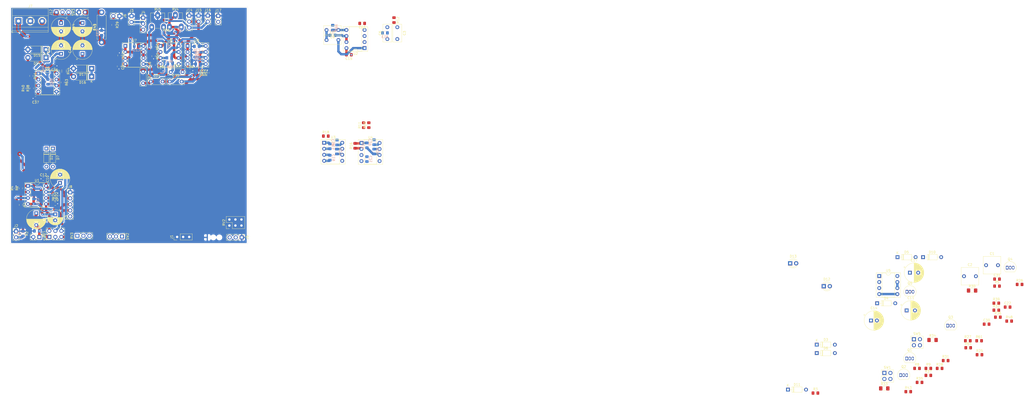
<source format=kicad_pcb>
(kicad_pcb (version 20171130) (host pcbnew "(5.1.5)-3")
  (layers (0 F.Cu signal) (31 B.Cu signal) (34 B.Paste user) (35 F.Paste user) (36 B.SilkS user) (37 F.SilkS user) (38 B.Mask user) (39 F.Mask user) (44 Edge.Cuts user))
  (net 0 "")
  (net 1 "Net-(C1-Pad1)")
  (net 2 "Net-(C1-Pad2)")
  (net 3 "Net-(C2-Pad2)")
  (net 4 "Net-(C2-Pad1)")
  (net 5 FromEQ)
  (net 6 "Net-(C3-Pad1)")
  (net 7 "Net-(C4-Pad1)")
  (net 8 "Net-(C4-Pad2)")
  (net 9 "Net-(C5-Pad1)")
  (net 10 "Net-(C5-Pad2)")
  (net 11 "Net-(C6-Pad1)")
  (net 12 "Net-(C7-Pad2)")
  (net 13 "Net-(C7-Pad1)")
  (net 14 "Net-(C9-Pad1)")
  (net 15 "Net-(C10-Pad1)")
  (net 16 PreEQ)
  (net 17 "Net-(C11-Pad1)")
  (net 18 "Net-(C11-Pad2)")
  (net 19 GND)
  (net 20 +12V)
  (net 21 -12V)
  (net 22 "Net-(C14-Pad1)")
  (net 23 "Net-(C14-Pad2)")
  (net 24 "Net-(C17-Pad2)")
  (net 25 "Net-(C17-Pad1)")
  (net 26 GNDD)
  (net 27 "Net-(C22-Pad2)")
  (net 28 "Net-(C29-Pad1)")
  (net 29 "Net-(C29-Pad2)")
  (net 30 TweeterXOVR)
  (net 31 "Net-(C32-Pad2)")
  (net 32 "Net-(C33-Pad2)")
  (net 33 "Net-(C34-Pad2)")
  (net 34 "Net-(C35-Pad2)")
  (net 35 "Net-(C41-Pad2)")
  (net 36 "Net-(C41-Pad1)")
  (net 37 "Net-(C42-Pad2)")
  (net 38 "Net-(C42-Pad1)")
  (net 39 "Net-(C43-Pad1)")
  (net 40 "Net-(C44-Pad1)")
  (net 41 Overload)
  (net 42 "Net-(D3-Pad1)")
  (net 43 "Net-(D3-Pad2)")
  (net 44 "Net-(D4-Pad1)")
  (net 45 "Net-(D5-Pad1)")
  (net 46 "Net-(D5-Pad2)")
  (net 47 "Net-(D6-Pad1)")
  (net 48 "Net-(D10-Pad2)")
  (net 49 "Net-(D11-Pad2)")
  (net 50 "Net-(D12-Pad2)")
  (net 51 "Net-(D13-Pad2)")
  (net 52 "Net-(D14-Pad1)")
  (net 53 "Net-(D16-Pad1)")
  (net 54 "Net-(D16-Pad2)")
  (net 55 ToEQ)
  (net 56 LF)
  (net 57 Tweeter)
  (net 58 HF)
  (net 59 "Net-(Q5-Pad3)")
  (net 60 "Net-(R2-Pad1)")
  (net 61 "Net-(R4-Pad1)")
  (net 62 "Net-(R15-Pad1)")
  (net 63 EFXreturn)
  (net 64 "Net-(R10-Pad2)")
  (net 65 "Net-(R12-Pad1)")
  (net 66 "Net-(R15-Pad2)")
  (net 67 "Net-(R16-Pad2)")
  (net 68 "Net-(R18-Pad2)")
  (net 69 "Net-(R19-Pad2)")
  (net 70 "Net-(R20-Pad1)")
  (net 71 "Net-(R21-Pad1)")
  (net 72 Tuner)
  (net 73 EFXsend)
  (net 74 "Net-(R33-Pad1)")
  (net 75 "Net-(R34-Pad1)")
  (net 76 "Net-(R35-Pad2)")
  (net 77 "Net-(R37-Pad2)")
  (net 78 "Net-(R38-Pad2)")
  (net 79 "Net-(R40-Pad2)")
  (net 80 "Net-(R46-Pad2)")
  (net 81 "Net-(R49-Pad2)")
  (net 82 "Net-(R50-Pad1)")
  (net 83 "Net-(R50-Pad2)")
  (net 84 "Net-(R52-Pad1)")
  (net 85 "Net-(R54-Pad2)")
  (net 86 HF*)
  (net 87 LF*)
  (net 88 "Net-(R62-Pad1)")
  (net 89 "Net-(R64-Pad2)")
  (net 90 "Net-(RV3-Pad1)")
  (net 91 "Net-(U5-Pad6)")
  (net 92 "Net-(J2-Pad2)")
  (net 93 "Net-(J5-Pad3)")
  (net 94 "Net-(J5-Pad2)")
  (module Resistor_THT:R_Axial_DIN0411_L9.9mm_D3.6mm_P12.70mm_Horizontal (layer F.Cu) (at 38.5 15 90)
    (fp_text reference R49 (at 6.35 -2.92 90) (layer F.SilkS))
    (fp_text value "10 1W")
    (pad 2 thru_hole oval (at 12.7 0 90) (size 2.4 2.4) (drill 1.2) (layers *.Cu *.Mask) (net 81 "Net-(R49-Pad2)"))
    (pad 1 thru_hole circle (at 0 0 90) (size 2.4 2.4) (drill 1.2) (layers *.Cu *.Mask) (net 32 "Net-(C33-Pad2)"))
  )
  (module Connector_PinHeader_2.54mm:PinHeader_1x02_P2.54mm_Vertical (layer F.Cu) (at 46 3.9 270)
    (fp_text reference J6 (at 0 -2.33 90) (layer F.SilkS))
    (fp_text value Conn_01x02_Male)
    (pad 2 thru_hole oval (at 0 2.54 270) (size 1.7 1.7) (drill 1) (layers *.Cu *.Mask) (net 72 Tuner))
    (pad 1 thru_hole rect (at 0 0 270) (size 1.7 1.7) (drill 1) (layers *.Cu *.Mask) (net 19 GND))
  )
  (module Connector_PinHeader_2.54mm:PinHeader_1x02_P2.54mm_Vertical (layer F.Cu) (at 51.1 3.9)
    (fp_text reference J3 (at 0 -2.33) (layer F.SilkS))
    (fp_text value Conn_01x02_Male)
    (pad 2 thru_hole oval (at 0 2.54) (size 1.7 1.7) (drill 1) (layers *.Cu *.Mask) (net 73 EFXsend))
    (pad 1 thru_hole rect (at 0 0) (size 1.7 1.7) (drill 1) (layers *.Cu *.Mask) (net 19 GND))
  )
  (module Connector_PinHeader_2.54mm:PinHeader_1x03_P2.54mm_Vertical (layer F.Cu) (at 70.3 97 90)
    (fp_text reference J1 (at 0 -2.33 90) (layer F.SilkS))
    (fp_text value Conn_01x03_Male)
    (pad 3 thru_hole oval (at 0 5.08 90) (size 1.7 1.7) (drill 1) (layers *.Cu *.Mask) (net 3 "Net-(C2-Pad2)"))
    (pad 2 thru_hole oval (at 0 2.54 90) (size 1.7 1.7) (drill 1) (layers *.Cu *.Mask) (net 2 "Net-(C1-Pad2)"))
    (pad 1 thru_hole rect (at 0 0 90) (size 1.7 1.7) (drill 1) (layers *.Cu *.Mask) (net 19 GND))
  )
  (module Capacitor_THT:C_Rect_L7.2mm_W7.2mm_P5.00mm_FKS2_FKP2_MKS2_MKP2 (layer F.Cu) (at 410.865001 108.925001)
    (fp_text reference C1 (at 2.5 -4.85) (layer F.SilkS))
    (fp_text value 1uF)
    (pad 2 thru_hole circle (at 5 0) (size 1.6 1.6) (drill 0.8) (layers *.Cu *.Mask) (net 2 "Net-(C1-Pad2)"))
    (pad 1 thru_hole circle (at 0 0) (size 1.6 1.6) (drill 0.8) (layers *.Cu *.Mask) (net 1 "Net-(C1-Pad1)"))
  )
  (module Capacitor_THT:C_Rect_L7.2mm_W7.2mm_P5.00mm_FKS2_FKP2_MKS2_MKP2 (layer F.Cu) (at 401.565001 113.575001)
    (fp_text reference C2 (at 2.5 -4.85) (layer F.SilkS))
    (fp_text value 1uF)
    (pad 2 thru_hole circle (at 5 0) (size 1.6 1.6) (drill 0.8) (layers *.Cu *.Mask) (net 3 "Net-(C2-Pad2)"))
    (pad 1 thru_hole circle (at 0 0) (size 1.6 1.6) (drill 0.8) (layers *.Cu *.Mask) (net 4 "Net-(C2-Pad1)"))
  )
  (module Capacitor_THT:C_Rect_L7.2mm_W3.5mm_P5.00mm_FKS2_FKP2_MKS2_MKP2 (layer F.Cu) (at 163 8.6 270)
    (fp_text reference C3 (at 2.5 -3 90) (layer F.SilkS))
    (fp_text value 120n)
    (pad 2 thru_hole circle (at 5 0 270) (size 1.6 1.6) (drill 0.8) (layers *.Cu *.Mask) (net 5 FromEQ))
    (pad 1 thru_hole circle (at 0 0 270) (size 1.6 1.6) (drill 0.8) (layers *.Cu *.Mask) (net 6 "Net-(C3-Pad1)"))
  )
  (module Capacitor_THT:CP_Radial_D8.0mm_P5.00mm (layer F.Cu) (at 11 87 270)
    (fp_text reference C4 (at 2.5 -5.25 90) (layer F.SilkS))
    (fp_text value "47uF 63V")
    (pad 2 thru_hole circle (at 5 0 270) (size 1.6 1.6) (drill 0.8) (layers *.Cu *.Mask) (net 8 "Net-(C4-Pad2)"))
    (pad 1 thru_hole rect (at 0 0 270) (size 1.6 1.6) (drill 0.8) (layers *.Cu *.Mask) (net 7 "Net-(C4-Pad1)"))
  )
  (module Capacitor_THT:CP_Radial_D6.3mm_P2.50mm (layer F.Cu) (at 19 87.5 270)
    (fp_text reference C5 (at 1.25 -4.4 90) (layer F.SilkS))
    (fp_text value "10uF 50V")
    (pad 2 thru_hole circle (at 2.5 0 270) (size 1.6 1.6) (drill 0.8) (layers *.Cu *.Mask) (net 10 "Net-(C5-Pad2)"))
    (pad 1 thru_hole rect (at 0 0 270) (size 1.6 1.6) (drill 0.8) (layers *.Cu *.Mask) (net 9 "Net-(C5-Pad1)"))
  )
  (module Capacitor_THT:C_Rect_L7.2mm_W3.5mm_P5.00mm_FKS2_FKP2_MKS2_MKP2 (layer F.Cu) (at 158.8 13.6 90)
    (fp_text reference C6 (at 2.5 -3 90) (layer F.SilkS))
    (fp_text value 120n)
    (pad 2 thru_hole circle (at 5 0 90) (size 1.6 1.6) (drill 0.8) (layers *.Cu *.Mask) (net 6 "Net-(C3-Pad1)"))
    (pad 1 thru_hole circle (at 0 0 90) (size 1.6 1.6) (drill 0.8) (layers *.Cu *.Mask) (net 11 "Net-(C6-Pad1)"))
  )
  (module Capacitor_THT:C_Rect_L7.2mm_W3.5mm_P5.00mm_FKS2_FKP2_MKS2_MKP2 (layer F.Cu) (at 133.2 14)
    (fp_text reference C7 (at 2.5 -3) (layer F.SilkS))
    (fp_text value 120n)
    (pad 2 thru_hole circle (at 5 0) (size 1.6 1.6) (drill 0.8) (layers *.Cu *.Mask) (net 12 "Net-(C7-Pad2)"))
    (pad 1 thru_hole circle (at 0 0) (size 1.6 1.6) (drill 0.8) (layers *.Cu *.Mask) (net 13 "Net-(C7-Pad1)"))
  )
  (module Capacitor_THT:C_Rect_L7.2mm_W3.5mm_P5.00mm_FKS2_FKP2_MKS2_MKP2 (layer F.Cu) (at 138.2 9.8 180)
    (fp_text reference C9 (at 2.5 -3) (layer F.SilkS))
    (fp_text value 120n)
    (pad 2 thru_hole circle (at 5 0 180) (size 1.6 1.6) (drill 0.8) (layers *.Cu *.Mask) (net 13 "Net-(C7-Pad1)"))
    (pad 1 thru_hole circle (at 0 0 180) (size 1.6 1.6) (drill 0.8) (layers *.Cu *.Mask) (net 14 "Net-(C9-Pad1)"))
  )
  (module Capacitor_THT:CP_Radial_D8.0mm_P3.50mm (layer F.Cu) (at 21 74.25 90)
    (fp_text reference C10 (at 1.75 -5.25 90) (layer F.SilkS))
    (fp_text value "100uF 50V")
    (pad 2 thru_hole circle (at 3.5 0 90) (size 1.6 1.6) (drill 0.8) (layers *.Cu *.Mask) (net 16 PreEQ))
    (pad 1 thru_hole rect (at 0 0 90) (size 1.6 1.6) (drill 0.8) (layers *.Cu *.Mask) (net 15 "Net-(C10-Pad1)"))
  )
  (module Capacitor_THT:CP_Radial_D8.0mm_P3.50mm (layer F.Cu) (at 377.419699 127.975001)
    (fp_text reference C11 (at 1.75 -5.25) (layer F.SilkS))
    (fp_text value "100uF 50V")
    (pad 2 thru_hole circle (at 3.5 0) (size 1.6 1.6) (drill 0.8) (layers *.Cu *.Mask) (net 18 "Net-(C11-Pad2)"))
    (pad 1 thru_hole rect (at 0 0) (size 1.6 1.6) (drill 0.8) (layers *.Cu *.Mask) (net 17 "Net-(C11-Pad1)"))
  )
  (module Capacitor_SMD:C_0805_2012Metric_Pad1.15x1.40mm_HandSolder (layer F.Cu) (at 14 72.5)
    (fp_text reference C12 (at 0 -1.65) (layer F.SilkS))
    (fp_text value 0.1uF)
    (pad 2 smd roundrect (at 1.025 0) (size 1.15 1.4) (layers F.Cu F.Paste F.Mask) (roundrect_rratio 0.217391) (net 20 +12V))
    (pad 1 smd roundrect (at -1.025 0) (size 1.15 1.4) (layers F.Cu F.Paste F.Mask) (roundrect_rratio 0.217391) (net 19 GND))
  )
  (module Capacitor_SMD:C_0805_2012Metric_Pad1.15x1.40mm_HandSolder (layer B.Cu) (at 10 82 90)
    (fp_text reference C13 (at 0 1.65 270) (layer B.SilkS) (effects (justify mirror)))
    (fp_text value 0.1uF)
    (pad 2 smd roundrect (at 1.025 0 90) (size 1.15 1.4) (layers B.Cu B.Paste B.Mask) (roundrect_rratio 0.217391) (net 19 GND))
    (pad 1 smd roundrect (at -1.025 0 90) (size 1.15 1.4) (layers B.Cu B.Paste B.Mask) (roundrect_rratio 0.217391) (net 21 -12V))
  )
  (module Capacitor_THT:CP_Radial_D8.0mm_P2.50mm (layer F.Cu) (at 362.389699 132.225001)
    (fp_text reference C14 (at 1.25 -5.25) (layer F.SilkS))
    (fp_text value "100uF 50V")
    (pad 2 thru_hole circle (at 2.5 0) (size 1.6 1.6) (drill 0.8) (layers *.Cu *.Mask) (net 23 "Net-(C14-Pad2)"))
    (pad 1 thru_hole rect (at 0 0) (size 1.6 1.6) (drill 0.8) (layers *.Cu *.Mask) (net 22 "Net-(C14-Pad1)"))
  )
  (module Capacitor_SMD:C_0805_2012Metric_Pad1.15x1.40mm_HandSolder (layer F.Cu) (at 142.6 20.2 180)
    (fp_text reference C15 (at 0 -1.65) (layer F.SilkS))
    (fp_text value 0.1uF)
    (pad 2 smd roundrect (at 1.025 0 180) (size 1.15 1.4) (layers F.Cu F.Paste F.Mask) (roundrect_rratio 0.217391) (net 20 +12V))
    (pad 1 smd roundrect (at -1.025 0 180) (size 1.15 1.4) (layers F.Cu F.Paste F.Mask) (roundrect_rratio 0.217391) (net 19 GND))
  )
  (module Capacitor_SMD:C_0805_2012Metric_Pad1.15x1.40mm_HandSolder (layer F.Cu) (at 148.2 7 180)
    (fp_text reference C16 (at 0 -1.65) (layer F.SilkS))
    (fp_text value 0.1uF)
    (pad 2 smd roundrect (at 1.025 0 180) (size 1.15 1.4) (layers F.Cu F.Paste F.Mask) (roundrect_rratio 0.217391) (net 19 GND))
    (pad 1 smd roundrect (at -1.025 0 180) (size 1.15 1.4) (layers F.Cu F.Paste F.Mask) (roundrect_rratio 0.217391) (net 21 -12V))
  )
  (module Capacitor_THT:CP_Radial_D8.0mm_P3.50mm (layer F.Cu) (at 378.779699 112.075001)
    (fp_text reference C17 (at 1.75 -5.25) (layer F.SilkS))
    (fp_text value "100uF 50V")
    (pad 2 thru_hole circle (at 3.5 0) (size 1.6 1.6) (drill 0.8) (layers *.Cu *.Mask) (net 24 "Net-(C17-Pad2)"))
    (pad 1 thru_hole rect (at 0 0) (size 1.6 1.6) (drill 0.8) (layers *.Cu *.Mask) (net 25 "Net-(C17-Pad1)"))
  )
  (module Capacitor_SMD:C_0805_2012Metric_Pad1.15x1.40mm_HandSolder (layer B.Cu) (at 137.6 57.2 270)
    (fp_text reference C18 (at 0 1.65 270) (layer B.SilkS) (effects (justify mirror)))
    (fp_text value 0.1uF)
    (pad 2 smd roundrect (at 1.025 0 270) (size 1.15 1.4) (layers B.Cu B.Paste B.Mask) (roundrect_rratio 0.217391) (net 20 +12V))
    (pad 1 smd roundrect (at -1.025 0 270) (size 1.15 1.4) (layers B.Cu B.Paste B.Mask) (roundrect_rratio 0.217391) (net 19 GND))
  )
  (module Capacitor_SMD:C_0805_2012Metric_Pad1.15x1.40mm_HandSolder (layer B.Cu) (at 134.6 63.6 90)
    (fp_text reference C19 (at 0 1.65 270) (layer B.SilkS) (effects (justify mirror)))
    (fp_text value 0.1uF)
    (pad 2 smd roundrect (at 1.025 0 90) (size 1.15 1.4) (layers B.Cu B.Paste B.Mask) (roundrect_rratio 0.217391) (net 19 GND))
    (pad 1 smd roundrect (at -1.025 0 90) (size 1.15 1.4) (layers B.Cu B.Paste B.Mask) (roundrect_rratio 0.217391) (net 21 -12V))
  )
  (module Capacitor_SMD:C_0805_2012Metric_Pad1.15x1.40mm_HandSolder (layer B.Cu) (at 153.2 57.1 270)
    (fp_text reference C20 (at 0 1.65 270) (layer B.SilkS) (effects (justify mirror)))
    (fp_text value 0.1uF)
    (pad 2 smd roundrect (at 1.025 0 270) (size 1.15 1.4) (layers B.Cu B.Paste B.Mask) (roundrect_rratio 0.217391) (net 20 +12V))
    (pad 1 smd roundrect (at -1.025 0 270) (size 1.15 1.4) (layers B.Cu B.Paste B.Mask) (roundrect_rratio 0.217391) (net 19 GND))
  )
  (module Capacitor_SMD:C_0805_2012Metric_Pad1.15x1.40mm_HandSolder (layer B.Cu) (at 150.2 64.2 90)
    (fp_text reference C21 (at 0 1.65 90) (layer B.SilkS) (effects (justify mirror)))
    (fp_text value 0.1uF)
    (pad 2 smd roundrect (at 1.025 0 90) (size 1.15 1.4) (layers B.Cu B.Paste B.Mask) (roundrect_rratio 0.217391) (net 19 GND))
    (pad 1 smd roundrect (at -1.025 0 90) (size 1.15 1.4) (layers B.Cu B.Paste B.Mask) (roundrect_rratio 0.217391) (net 21 -12V))
  )
  (module Capacitor_SMD:C_0805_2012Metric_Pad1.15x1.40mm_HandSolder (layer F.Cu) (at 419.915001 126.575001)
    (fp_text reference C22 (at 0 -1.65) (layer F.SilkS))
    (fp_text value 0.1uF)
    (pad 2 smd roundrect (at 1.025 0) (size 1.15 1.4) (layers F.Cu F.Paste F.Mask) (roundrect_rratio 0.217391) (net 27 "Net-(C22-Pad2)"))
    (pad 1 smd roundrect (at -1.025 0) (size 1.15 1.4) (layers F.Cu F.Paste F.Mask) (roundrect_rratio 0.217391) (net 26 GNDD))
  )
  (module Capacitor_SMD:C_0805_2012Metric_Pad1.15x1.40mm_HandSolder (layer B.Cu) (at 53.28 16.6)
    (fp_text reference C23 (at 0 1.65) (layer B.SilkS) (effects (justify mirror)))
    (fp_text value 0.1uF)
    (pad 2 smd roundrect (at 1.025 0) (size 1.15 1.4) (layers B.Cu B.Paste B.Mask) (roundrect_rratio 0.217391) (net 20 +12V))
    (pad 1 smd roundrect (at -1.025 0) (size 1.15 1.4) (layers B.Cu B.Paste B.Mask) (roundrect_rratio 0.217391) (net 19 GND))
  )
  (module Capacitor_SMD:C_0805_2012Metric_Pad1.15x1.40mm_HandSolder (layer F.Cu) (at 45.8 25.1 270)
    (fp_text reference C24 (at 0 -1.65 90) (layer F.SilkS))
    (fp_text value 0.1uF)
    (pad 2 smd roundrect (at 1.025 0 270) (size 1.15 1.4) (layers F.Cu F.Paste F.Mask) (roundrect_rratio 0.217391) (net 19 GND))
    (pad 1 smd roundrect (at -1.025 0 270) (size 1.15 1.4) (layers F.Cu F.Paste F.Mask) (roundrect_rratio 0.217391) (net 21 -12V))
  )
  (module Capacitor_SMD:C_0805_2012Metric_Pad1.15x1.40mm_HandSolder (layer B.Cu) (at 78.575 16.7)
    (fp_text reference C25 (at 0 1.65) (layer B.SilkS) (effects (justify mirror)))
    (fp_text value 0.1uF)
    (pad 2 smd roundrect (at 1.025 0) (size 1.15 1.4) (layers B.Cu B.Paste B.Mask) (roundrect_rratio 0.217391) (net 20 +12V))
    (pad 1 smd roundrect (at -1.025 0) (size 1.15 1.4) (layers B.Cu B.Paste B.Mask) (roundrect_rratio 0.217391) (net 19 GND))
  )
  (module Capacitor_SMD:C_0805_2012Metric_Pad1.15x1.40mm_HandSolder (layer F.Cu) (at 75.7 26.9)
    (fp_text reference C26 (at 0 -1.65) (layer F.SilkS))
    (fp_text value 0.1uF)
    (pad 2 smd roundrect (at 1.025 0) (size 1.15 1.4) (layers F.Cu F.Paste F.Mask) (roundrect_rratio 0.217391) (net 19 GND))
    (pad 1 smd roundrect (at -1.025 0) (size 1.15 1.4) (layers F.Cu F.Paste F.Mask) (roundrect_rratio 0.217391) (net 21 -12V))
  )
  (module Capacitor_SMD:C_0805_2012Metric_Pad1.15x1.40mm_HandSolder (layer B.Cu) (at 68.7 16.3 270)
    (fp_text reference C27 (at 0 1.65 90) (layer B.SilkS) (effects (justify mirror)))
    (fp_text value 0.1uF)
    (pad 2 smd roundrect (at 1.025 0 270) (size 1.15 1.4) (layers B.Cu B.Paste B.Mask) (roundrect_rratio 0.217391) (net 20 +12V))
    (pad 1 smd roundrect (at -1.025 0 270) (size 1.15 1.4) (layers B.Cu B.Paste B.Mask) (roundrect_rratio 0.217391) (net 19 GND))
  )
  (module Capacitor_SMD:C_0805_2012Metric_Pad1.15x1.40mm_HandSolder (layer F.Cu) (at 63.3 27)
    (fp_text reference C28 (at 0 -1.65) (layer F.SilkS))
    (fp_text value 0.1uF)
    (pad 2 smd roundrect (at 1.025 0) (size 1.15 1.4) (layers F.Cu F.Paste F.Mask) (roundrect_rratio 0.217391) (net 19 GND))
    (pad 1 smd roundrect (at -1.025 0) (size 1.15 1.4) (layers F.Cu F.Paste F.Mask) (roundrect_rratio 0.217391) (net 21 -12V))
  )
  (module Capacitor_THT:C_Rect_L7.2mm_W2.5mm_P5.00mm_FKS2_FKP2_MKS2_MKP2 (layer F.Cu) (at 67.6 27.5)
    (fp_text reference C29 (at 2.5 -2.5) (layer F.SilkS))
    (fp_text value "0.1uF (AUDIO)")
    (pad 2 thru_hole circle (at 5 0) (size 1.6 1.6) (drill 0.8) (layers *.Cu *.Mask) (net 29 "Net-(C29-Pad2)"))
    (pad 1 thru_hole circle (at 0 0) (size 1.6 1.6) (drill 0.8) (layers *.Cu *.Mask) (net 28 "Net-(C29-Pad1)"))
  )
  (module Capacitor_SMD:C_0805_2012Metric_Pad1.15x1.40mm_HandSolder (layer F.Cu) (at 411.075001 133.775001)
    (fp_text reference C30 (at 0 -1.65) (layer F.SilkS))
    (fp_text value 0.1uF)
    (pad 2 smd roundrect (at 1.025 0) (size 1.15 1.4) (layers F.Cu F.Paste F.Mask) (roundrect_rratio 0.217391) (net 20 +12V))
    (pad 1 smd roundrect (at -1.025 0) (size 1.15 1.4) (layers F.Cu F.Paste F.Mask) (roundrect_rratio 0.217391) (net 26 GNDD))
  )
  (module Capacitor_SMD:C_0805_2012Metric_Pad1.15x1.40mm_HandSolder (layer F.Cu) (at 415.465001 114.775001)
    (fp_text reference C31 (at 0 -1.65) (layer F.SilkS))
    (fp_text value 0.1uF)
    (pad 2 smd roundrect (at 1.025 0) (size 1.15 1.4) (layers F.Cu F.Paste F.Mask) (roundrect_rratio 0.217391) (net 26 GNDD))
    (pad 1 smd roundrect (at -1.025 0) (size 1.15 1.4) (layers F.Cu F.Paste F.Mask) (roundrect_rratio 0.217391) (net 21 -12V))
  )
  (module Capacitor_THT:C_Rect_L7.2mm_W2.5mm_P5.00mm_FKS2_FKP2_MKS2_MKP2 (layer F.Cu) (at 56 27.2 270)
    (fp_text reference C32 (at 2.5 -2.5 90) (layer F.SilkS))
    (fp_text value 15nF)
    (pad 2 thru_hole circle (at 5 0 270) (size 1.6 1.6) (drill 0.8) (layers *.Cu *.Mask) (net 31 "Net-(C32-Pad2)"))
    (pad 1 thru_hole circle (at 0 0 270) (size 1.6 1.6) (drill 0.8) (layers *.Cu *.Mask) (net 30 TweeterXOVR))
  )
  (module Capacitor_SMD:C_0805_2012Metric_Pad1.15x1.40mm_HandSolder (layer B.Cu) (at 38.5 11 270)
    (fp_text reference C33 (at 0 1.65 270) (layer B.SilkS) (effects (justify mirror)))
    (fp_text value 0.1uF)
    (pad 2 smd roundrect (at 1.025 0 270) (size 1.15 1.4) (layers B.Cu B.Paste B.Mask) (roundrect_rratio 0.217391) (net 32 "Net-(C33-Pad2)"))
    (pad 1 smd roundrect (at -1.025 0 270) (size 1.15 1.4) (layers B.Cu B.Paste B.Mask) (roundrect_rratio 0.217391) (net 19 GND))
  )
  (module Capacitor_THT:C_Rect_L7.2mm_W2.5mm_P5.00mm_FKS2_FKP2_MKS2_MKP2 (layer F.Cu) (at 59.2 31.5)
    (fp_text reference C34 (at 2.5 -2.5) (layer F.SilkS))
    (fp_text value 15nF)
    (pad 2 thru_hole circle (at 5 0) (size 1.6 1.6) (drill 0.8) (layers *.Cu *.Mask) (net 33 "Net-(C34-Pad2)"))
    (pad 1 thru_hole circle (at 0 0) (size 1.6 1.6) (drill 0.8) (layers *.Cu *.Mask) (net 31 "Net-(C32-Pad2)"))
  )
  (module Capacitor_THT:C_Rect_L7.2mm_W2.5mm_P5.00mm_FKS2_FKP2_MKS2_MKP2 (layer F.Cu) (at 67.2 31.5)
    (fp_text reference C35 (at 2.5 -2.5) (layer F.SilkS))
    (fp_text value 15nF)
    (pad 2 thru_hole circle (at 5 0) (size 1.6 1.6) (drill 0.8) (layers *.Cu *.Mask) (net 34 "Net-(C35-Pad2)"))
    (pad 1 thru_hole circle (at 0 0) (size 1.6 1.6) (drill 0.8) (layers *.Cu *.Mask) (net 33 "Net-(C34-Pad2)"))
  )
  (module Capacitor_SMD:C_0805_2012Metric_Pad1.15x1.40mm_HandSolder (layer F.Cu) (at 18.7 25 180)
    (fp_text reference C36 (at 0 -1.65) (layer F.SilkS))
    (fp_text value 0.1uF)
    (pad 2 smd roundrect (at 1.025 0 180) (size 1.15 1.4) (layers F.Cu F.Paste F.Mask) (roundrect_rratio 0.217391) (net 20 +12V))
    (pad 1 smd roundrect (at -1.025 0 180) (size 1.15 1.4) (layers F.Cu F.Paste F.Mask) (roundrect_rratio 0.217391) (net 19 GND))
  )
  (module Capacitor_SMD:C_0805_2012Metric_Pad1.15x1.40mm_HandSolder (layer F.Cu) (at 10.7 38.6 180)
    (fp_text reference C37 (at 0 -1.65) (layer F.SilkS))
    (fp_text value 0.1uF)
    (pad 2 smd roundrect (at 1.025 0 180) (size 1.15 1.4) (layers F.Cu F.Paste F.Mask) (roundrect_rratio 0.217391) (net 19 GND))
    (pad 1 smd roundrect (at -1.025 0 180) (size 1.15 1.4) (layers F.Cu F.Paste F.Mask) (roundrect_rratio 0.217391) (net 21 -12V))
  )
  (module Capacitor_THT:CP_Radial_D8.0mm_P3.50mm (layer F.Cu) (at 30.45 19.8 90)
    (fp_text reference C41 (at 1.75 -5.25 90) (layer F.SilkS))
    (fp_text value "100uF 63V")
    (pad 2 thru_hole circle (at 3.5 0 90) (size 1.6 1.6) (drill 0.8) (layers *.Cu *.Mask) (net 35 "Net-(C41-Pad2)"))
    (pad 1 thru_hole rect (at 0 0 90) (size 1.6 1.6) (drill 0.8) (layers *.Cu *.Mask) (net 36 "Net-(C41-Pad1)"))
  )
  (module Capacitor_THT:CP_Radial_D8.0mm_P3.50mm (layer F.Cu) (at 21.45 19.8 90)
    (fp_text reference C42 (at 1.75 -5.25 90) (layer F.SilkS))
    (fp_text value "100uF 63V")
    (pad 2 thru_hole circle (at 3.5 0 90) (size 1.6 1.6) (drill 0.8) (layers *.Cu *.Mask) (net 37 "Net-(C42-Pad2)"))
    (pad 1 thru_hole rect (at 0 0 90) (size 1.6 1.6) (drill 0.8) (layers *.Cu *.Mask) (net 38 "Net-(C42-Pad1)"))
  )
  (module Capacitor_THT:CP_Radial_D8.0mm_P3.50mm (layer F.Cu) (at 30.45 6.8 270)
    (fp_text reference C43 (at 1.75 -5.25 90) (layer F.SilkS))
    (fp_text value "100uF 63V")
    (pad 2 thru_hole circle (at 3.5 0 270) (size 1.6 1.6) (drill 0.8) (layers *.Cu *.Mask) (net 35 "Net-(C41-Pad2)"))
    (pad 1 thru_hole rect (at 0 0 270) (size 1.6 1.6) (drill 0.8) (layers *.Cu *.Mask) (net 39 "Net-(C43-Pad1)"))
  )
  (module Capacitor_THT:CP_Radial_D8.0mm_P3.50mm (layer F.Cu) (at 21.45 6.8 270)
    (fp_text reference C44 (at 1.75 -5.25 90) (layer F.SilkS))
    (fp_text value "100uF 63V")
    (pad 2 thru_hole circle (at 3.5 0 270) (size 1.6 1.6) (drill 0.8) (layers *.Cu *.Mask) (net 37 "Net-(C42-Pad2)"))
    (pad 1 thru_hole rect (at 0 0 270) (size 1.6 1.6) (drill 0.8) (layers *.Cu *.Mask) (net 40 "Net-(C44-Pad1)"))
  )
  (module Diode_THT:D_DO-35_SOD27_P7.62mm_Horizontal (layer F.Cu) (at 15.25 59.75 270)
    (fp_text reference D2 (at 3.81 -2.12 90) (layer F.SilkS))
    (fp_text value 1N4148)
    (fp_text user K (at 0 -1.8 90) (layer F.SilkS))
    (pad 2 thru_hole oval (at 7.62 0 270) (size 1.6 1.6) (drill 0.8) (layers *.Cu *.Mask) (net 10 "Net-(C5-Pad2)"))
    (pad 1 thru_hole rect (at 0 0 270) (size 1.6 1.6) (drill 0.8) (layers *.Cu *.Mask) (net 41 Overload))
  )
  (module Diode_THT:D_DO-35_SOD27_P7.62mm_Horizontal (layer F.Cu) (at 339.575001 142.415001)
    (fp_text reference D3 (at 3.81 -2.12) (layer F.SilkS))
    (fp_text value 1N4148)
    (fp_text user K (at 0 -1.8) (layer F.SilkS))
    (pad 2 thru_hole oval (at 7.62 0) (size 1.6 1.6) (drill 0.8) (layers *.Cu *.Mask) (net 43 "Net-(D3-Pad2)"))
    (pad 1 thru_hole rect (at 0 0) (size 1.6 1.6) (drill 0.8) (layers *.Cu *.Mask) (net 42 "Net-(D3-Pad1)"))
  )
  (module Diode_THT:D_DO-35_SOD27_P7.62mm_Horizontal (layer F.Cu) (at 365.005001 124.975001)
    (fp_text reference D4 (at 3.81 -2.12) (layer F.SilkS))
    (fp_text value 1N4148)
    (pad 2 thru_hole oval (at 7.62 0) (size 1.6 1.6) (drill 0.8) (layers *.Cu *.Mask) (net 42 "Net-(D3-Pad1)"))
    (pad 1 thru_hole rect (at 0 0) (size 1.6 1.6) (drill 0.8) (layers *.Cu *.Mask) (net 44 "Net-(D4-Pad1)"))
  )
  (module Diode_THT:D_DO-35_SOD27_P7.62mm_Horizontal (layer F.Cu) (at 373.575001 105.525001)
    (fp_text reference D5 (at 3.81 -2.12) (layer F.SilkS))
    (fp_text value 1N4148)
    (fp_text user K (at 0 -1.8) (layer F.SilkS))
    (pad 2 thru_hole oval (at 7.62 0) (size 1.6 1.6) (drill 0.8) (layers *.Cu *.Mask) (net 46 "Net-(D5-Pad2)"))
    (pad 1 thru_hole rect (at 0 0) (size 1.6 1.6) (drill 0.8) (layers *.Cu *.Mask) (net 45 "Net-(D5-Pad1)"))
  )
  (module Diode_THT:D_DO-35_SOD27_P7.62mm_Horizontal (layer F.Cu) (at 339.575001 145.965001)
    (fp_text reference D6 (at 3.81 -2.12) (layer F.SilkS))
    (fp_text value 1N4148)
    (pad 2 thru_hole oval (at 7.62 0) (size 1.6 1.6) (drill 0.8) (layers *.Cu *.Mask) (net 45 "Net-(D5-Pad1)"))
    (pad 1 thru_hole rect (at 0 0) (size 1.6 1.6) (drill 0.8) (layers *.Cu *.Mask) (net 47 "Net-(D6-Pad1)"))
  )
  (module Diode_THT:D_DO-35_SOD27_P7.62mm_Horizontal (layer F.Cu) (at 18 59.75 270)
    (fp_text reference D7 (at 3.81 -2.12 90) (layer F.SilkS))
    (fp_text value 1N4148)
    (pad 2 thru_hole oval (at 7.62 0 270) (size 1.6 1.6) (drill 0.8) (layers *.Cu *.Mask) (net 16 PreEQ))
    (pad 1 thru_hole rect (at 0 0 270) (size 1.6 1.6) (drill 0.8) (layers *.Cu *.Mask) (net 41 Overload))
  )
  (module Diode_THT:D_DO-35_SOD27_P7.62mm_Horizontal (layer F.Cu) (at 384.345001 105.525001)
    (fp_text reference D10 (at 3.81 -2.12) (layer F.SilkS))
    (fp_text value 1N4148)
    (pad 2 thru_hole oval (at 7.62 0) (size 1.6 1.6) (drill 0.8) (layers *.Cu *.Mask) (net 48 "Net-(D10-Pad2)"))
    (pad 1 thru_hole rect (at 0 0) (size 1.6 1.6) (drill 0.8) (layers *.Cu *.Mask) (net 27 "Net-(C22-Pad2)"))
  )
  (module Diode_THT:D_DO-35_SOD27_P7.62mm_Horizontal (layer F.Cu) (at 327.445001 161.365001)
    (fp_text reference D11 (at 3.81 -2.12) (layer F.SilkS))
    (fp_text value 1N4148)
    (fp_text user K (at 0 -1.8) (layer F.SilkS))
    (pad 2 thru_hole oval (at 7.62 0) (size 1.6 1.6) (drill 0.8) (layers *.Cu *.Mask) (net 49 "Net-(D11-Pad2)"))
    (pad 1 thru_hole rect (at 0 0) (size 1.6 1.6) (drill 0.8) (layers *.Cu *.Mask) (net 41 Overload))
  )
  (module Diode_THT:D_DO-41_SOD81_P7.62mm_Horizontal (layer F.Cu) (at 15.1 21.4 180)
    (fp_text reference D14 (at 3.81 -2.47) (layer F.SilkS))
    (fp_text value 10V)
    (pad 2 thru_hole oval (at 7.62 0 180) (size 2.2 2.2) (drill 1.1) (layers *.Cu *.Mask) (net 49 "Net-(D11-Pad2)"))
    (pad 1 thru_hole rect (at 0 0 180) (size 2.2 2.2) (drill 1.1) (layers *.Cu *.Mask) (net 52 "Net-(D14-Pad1)"))
  )
  (module Diode_THT:D_DO-41_SOD81_P7.62mm_Horizontal (layer F.Cu) (at 15.1 18 180)
    (fp_text reference D15 (at 3.81 -2.47) (layer F.SilkS))
    (fp_text value 10V)
    (fp_text user K (at 0 -2.1) (layer F.SilkS))
    (pad 2 thru_hole oval (at 7.62 0 180) (size 2.2 2.2) (drill 1.1) (layers *.Cu *.Mask) (net 19 GND))
    (pad 1 thru_hole rect (at 0 0 180) (size 2.2 2.2) (drill 1.1) (layers *.Cu *.Mask) (net 52 "Net-(D14-Pad1)"))
  )
  (module Diode_THT:D_DO-41_SOD81_P7.62mm_Horizontal (layer F.Cu) (at 34.3 29.4 180)
    (fp_text reference D16 (at 3.81 -2.47) (layer F.SilkS))
    (fp_text value 10V)
    (fp_text user K (at 0 -2.1) (layer F.SilkS))
    (pad 2 thru_hole oval (at 7.62 0 180) (size 2.2 2.2) (drill 1.1) (layers *.Cu *.Mask) (net 54 "Net-(D16-Pad2)"))
    (pad 1 thru_hole rect (at 0 0 180) (size 2.2 2.2) (drill 1.1) (layers *.Cu *.Mask) (net 53 "Net-(D16-Pad1)"))
  )
  (module Diode_THT:D_DO-41_SOD81_P7.62mm_Horizontal (layer F.Cu) (at 34.3 26 180)
    (fp_text reference D17 (at 3.81 -2.47) (layer F.SilkS))
    (fp_text value 10V)
    (pad 2 thru_hole oval (at 7.62 0 180) (size 2.2 2.2) (drill 1.1) (layers *.Cu *.Mask) (net 19 GND))
    (pad 1 thru_hole rect (at 0 0 180) (size 2.2 2.2) (drill 1.1) (layers *.Cu *.Mask) (net 53 "Net-(D16-Pad1)"))
  )
  (module Connector_PinHeader_2.54mm:PinHeader_1x02_P2.54mm_Vertical (layer F.Cu) (at 2.5 94.65)
    (fp_text reference J2 (at 0 -2.33) (layer F.SilkS))
    (fp_text value Conn_01x02_Male)
    (pad 2 thru_hole oval (at 0 2.54) (size 1.7 1.7) (drill 1) (layers *.Cu *.Mask) (net 92 "Net-(J2-Pad2)"))
    (pad 1 thru_hole rect (at 0 0) (size 1.7 1.7) (drill 1) (layers *.Cu *.Mask) (net 19 GND))
  )
  (module Connector_PinHeader_2.54mm:PinHeader_1x03_P2.54mm_Vertical (layer F.Cu) (at 56 4.6)
    (fp_text reference J4 (at 0 -2.33) (layer F.SilkS))
    (fp_text value Conn_01x03_Male)
    (pad 3 thru_hole oval (at 0 5.08) (size 1.7 1.7) (drill 1) (layers *.Cu *.Mask) (net 63 EFXreturn))
    (pad 2 thru_hole oval (at 0 2.54) (size 1.7 1.7) (drill 1) (layers *.Cu *.Mask) (net 73 EFXsend))
    (pad 1 thru_hole rect (at 0 0) (size 1.7 1.7) (drill 1) (layers *.Cu *.Mask) (net 19 GND))
  )
  (module Connector_PinHeader_2.54mm:PinHeader_1x03_P2.54mm_Vertical (layer F.Cu) (at 97.5 97.2 270)
    (fp_text reference J5 (at 0 -2.33 90) (layer F.SilkS))
    (fp_text value Conn_01x03_Male)
    (pad 3 thru_hole oval (at 0 5.08 270) (size 1.7 1.7) (drill 1) (layers *.Cu *.Mask) (net 93 "Net-(J5-Pad3)"))
    (pad 2 thru_hole oval (at 0 2.54 270) (size 1.7 1.7) (drill 1) (layers *.Cu *.Mask) (net 94 "Net-(J5-Pad2)"))
    (pad 1 thru_hole rect (at 0 0 270) (size 1.7 1.7) (drill 1) (layers *.Cu *.Mask) (net 19 GND))
  )
  (module Connector_PinHeader_2.54mm:PinHeader_1x05_P2.54mm_Vertical (layer F.Cu) (at 25.3 78.2)
    (fp_text reference J8 (at 0 -2.33) (layer F.SilkS))
    (fp_text value Conn_01x05_Female)
    (pad 5 thru_hole oval (at 0 10.16) (size 1.7 1.7) (drill 1) (layers *.Cu *.Mask) (net 5 FromEQ))
    (pad 4 thru_hole oval (at 0 7.62) (size 1.7 1.7) (drill 1) (layers *.Cu *.Mask) (net 55 ToEQ))
    (pad 3 thru_hole oval (at 0 5.08) (size 1.7 1.7) (drill 1) (layers *.Cu *.Mask) (net 21 -12V))
    (pad 2 thru_hole oval (at 0 2.54) (size 1.7 1.7) (drill 1) (layers *.Cu *.Mask) (net 20 +12V))
    (pad 1 thru_hole rect (at 0 0) (size 1.7 1.7) (drill 1) (layers *.Cu *.Mask) (net 19 GND))
  )
  (module Connector_PinHeader_2.54mm:PinHeader_1x03_P2.54mm_Vertical (layer F.Cu) (at 19.5 2.3 90)
    (fp_text reference J12 (at 0 -2.33 90) (layer F.SilkS))
    (fp_text value XLR3)
    (pad 3 thru_hole oval (at 0 5.08 90) (size 1.7 1.7) (drill 1) (layers *.Cu *.Mask) (net 39 "Net-(C43-Pad1)"))
    (pad 2 thru_hole oval (at 0 2.54 90) (size 1.7 1.7) (drill 1) (layers *.Cu *.Mask) (net 40 "Net-(C44-Pad1)"))
    (pad 1 thru_hole rect (at 0 0 90) (size 1.7 1.7) (drill 1) (layers *.Cu *.Mask) (net 32 "Net-(C33-Pad2)"))
  )
  (module Connector_PinHeader_2.54mm:PinHeader_1x03_P2.54mm_Vertical (layer F.Cu) (at 75.4 3.7)
    (fp_text reference J14 (at 0 -2.33) (layer F.SilkS))
    (fp_text value Conn_01x03)
    (pad 3 thru_hole oval (at 0 5.08) (size 1.7 1.7) (drill 1) (layers *.Cu *.Mask) (net 56 LF))
    (pad 2 thru_hole oval (at 0 2.54) (size 1.7 1.7) (drill 1) (layers *.Cu *.Mask) (net 58 HF))
    (pad 1 thru_hole rect (at 0 0) (size 1.7 1.7) (drill 1) (layers *.Cu *.Mask) (net 19 GND))
  )
  (module Connector_PinHeader_2.54mm:PinHeader_1x02_P2.54mm_Vertical (layer F.Cu) (at 79.3 3.7)
    (fp_text reference J15 (at 0 -2.33) (layer F.SilkS))
    (fp_text value Conn_01x02)
    (pad 2 thru_hole oval (at 0 2.54) (size 1.7 1.7) (drill 1) (layers *.Cu *.Mask) (net 58 HF))
    (pad 1 thru_hole rect (at 0 0) (size 1.7 1.7) (drill 1) (layers *.Cu *.Mask) (net 19 GND))
  )
  (module Connector_PinHeader_2.54mm:PinHeader_1x02_P2.54mm_Vertical (layer F.Cu) (at 83.2 3.7)
    (fp_text reference J16 (at 0 -2.33) (layer F.SilkS))
    (fp_text value Conn_01x02)
    (pad 2 thru_hole oval (at 0 2.54) (size 1.7 1.7) (drill 1) (layers *.Cu *.Mask) (net 56 LF))
    (pad 1 thru_hole rect (at 0 0) (size 1.7 1.7) (drill 1) (layers *.Cu *.Mask) (net 19 GND))
  )
  (module Connector_PinHeader_2.54mm:PinHeader_1x02_P2.54mm_Vertical (layer F.Cu) (at 87.6 3.8)
    (fp_text reference J17 (at 0 -2.33) (layer F.SilkS))
    (fp_text value Conn_01x02)
    (pad 2 thru_hole oval (at 0 2.54) (size 1.7 1.7) (drill 1) (layers *.Cu *.Mask) (net 57 Tweeter))
    (pad 1 thru_hole rect (at 0 0) (size 1.7 1.7) (drill 1) (layers *.Cu *.Mask) (net 19 GND))
  )
  (module Package_TO_SOT_THT:TO-92_Inline (layer F.Cu) (at 377.435001 148.255001)
    (fp_text reference Q1 (at 1.27 -3.56) (layer F.SilkS))
    (fp_text value 2N3904)
    (pad 1 thru_hole rect (at 0 0) (size 1.05 1.5) (drill 0.75) (layers *.Cu *.Mask) (net 25 "Net-(C17-Pad1)"))
    (pad 3 thru_hole oval (at 2.54 0) (size 1.05 1.5) (drill 0.75) (layers *.Cu *.Mask) (net 20 +12V))
    (pad 2 thru_hole oval (at 1.27 0) (size 1.05 1.5) (drill 0.75) (layers *.Cu *.Mask) (net 43 "Net-(D3-Pad2)"))
  )
  (module Package_TO_SOT_THT:TO-92_Inline (layer F.Cu) (at 374.895001 155.255001)
    (fp_text reference Q2 (at 1.27 -3.56) (layer F.SilkS))
    (fp_text value 2N3906)
    (pad 1 thru_hole rect (at 0 0) (size 1.05 1.5) (drill 0.75) (layers *.Cu *.Mask) (net 21 -12V))
    (pad 3 thru_hole oval (at 2.54 0) (size 1.05 1.5) (drill 0.75) (layers *.Cu *.Mask) (net 25 "Net-(C17-Pad1)"))
    (pad 2 thru_hole oval (at 1.27 0) (size 1.05 1.5) (drill 0.75) (layers *.Cu *.Mask) (net 44 "Net-(D4-Pad1)"))
  )
  (module Package_TO_SOT_THT:TO-92_Inline (layer F.Cu) (at 394.675001 134.405001)
    (fp_text reference Q3 (at 1.27 -3.56) (layer F.SilkS))
    (fp_text value 2N3904)
    (pad 1 thru_hole rect (at 0 0) (size 1.05 1.5) (drill 0.75) (layers *.Cu *.Mask) (net 22 "Net-(C14-Pad1)"))
    (pad 3 thru_hole oval (at 2.54 0) (size 1.05 1.5) (drill 0.75) (layers *.Cu *.Mask) (net 20 +12V))
    (pad 2 thru_hole oval (at 1.27 0) (size 1.05 1.5) (drill 0.75) (layers *.Cu *.Mask) (net 46 "Net-(D5-Pad2)"))
  )
  (module Package_TO_SOT_THT:TO-92_Inline (layer F.Cu) (at 419.725001 109.955001)
    (fp_text reference Q4 (at 1.27 -3.56) (layer F.SilkS))
    (fp_text value 2N3906)
    (pad 1 thru_hole rect (at 0 0) (size 1.05 1.5) (drill 0.75) (layers *.Cu *.Mask) (net 21 -12V))
    (pad 3 thru_hole oval (at 2.54 0) (size 1.05 1.5) (drill 0.75) (layers *.Cu *.Mask) (net 22 "Net-(C14-Pad1)"))
    (pad 2 thru_hole oval (at 1.27 0) (size 1.05 1.5) (drill 0.75) (layers *.Cu *.Mask) (net 47 "Net-(D6-Pad1)"))
  )
  (module Package_TO_SOT_THT:TO-92_Inline (layer F.Cu) (at 377.545001 120.105001)
    (fp_text reference Q5 (at 1.27 -3.56) (layer F.SilkS))
    (fp_text value BC549)
    (pad 1 thru_hole rect (at 0 0) (size 1.05 1.5) (drill 0.75) (layers *.Cu *.Mask) (net 20 +12V))
    (pad 3 thru_hole oval (at 2.54 0) (size 1.05 1.5) (drill 0.75) (layers *.Cu *.Mask) (net 59 "Net-(Q5-Pad3)"))
    (pad 2 thru_hole oval (at 1.27 0) (size 1.05 1.5) (drill 0.75) (layers *.Cu *.Mask) (net 27 "Net-(C22-Pad2)"))
  )
  (module Resistor_SMD:R_0805_2012Metric_Pad1.15x1.40mm_HandSolder (layer B.Cu) (at 5.4 95.6 270)
    (fp_text reference R1 (at 0 1.65 270) (layer B.SilkS) (effects (justify mirror)))
    (fp_text value 1M)
    (pad 2 smd roundrect (at 1.025 0 270) (size 1.15 1.4) (layers B.Cu B.Paste B.Mask) (roundrect_rratio 0.217391) (net 92 "Net-(J2-Pad2)"))
    (pad 1 smd roundrect (at -1.025 0 270) (size 1.15 1.4) (layers B.Cu B.Paste B.Mask) (roundrect_rratio 0.217391) (net 19 GND))
  )
  (module Resistor_SMD:R_0805_2012Metric_Pad1.15x1.40mm_HandSolder (layer F.Cu) (at 5.4 95.6 270)
    (fp_text reference R2 (at 0 -1.65 90) (layer F.SilkS))
    (fp_text value 560)
    (pad 2 smd roundrect (at 1.025 0 270) (size 1.15 1.4) (layers F.Cu F.Paste F.Mask) (roundrect_rratio 0.217391) (net 92 "Net-(J2-Pad2)"))
    (pad 1 smd roundrect (at -1.025 0 270) (size 1.15 1.4) (layers F.Cu F.Paste F.Mask) (roundrect_rratio 0.217391) (net 60 "Net-(R2-Pad1)"))
  )
  (module Resistor_SMD:R_0805_2012Metric_Pad1.15x1.40mm_HandSolder (layer F.Cu) (at 339.015001 162.815001)
    (fp_text reference R3 (at 0 -1.65) (layer F.SilkS))
    (fp_text value 10k)
    (pad 2 smd roundrect (at 1.025 0) (size 1.15 1.4) (layers F.Cu F.Paste F.Mask) (roundrect_rratio 0.217391) (net 19 GND))
    (pad 1 smd roundrect (at -1.025 0) (size 1.15 1.4) (layers F.Cu F.Paste F.Mask) (roundrect_rratio 0.217391) (net 3 "Net-(C2-Pad2)"))
  )
  (module Resistor_SMD:R_0805_2012Metric_Pad1.15x1.40mm_HandSolder (layer F.Cu) (at 2.5 76.5 90)
    (fp_text reference R4 (at 0 -1.65 90) (layer F.SilkS))
    (fp_text value 2.7K)
    (pad 2 smd roundrect (at 1.025 0 90) (size 1.15 1.4) (layers F.Cu F.Paste F.Mask) (roundrect_rratio 0.217391) (net 19 GND))
    (pad 1 smd roundrect (at -1.025 0 90) (size 1.15 1.4) (layers F.Cu F.Paste F.Mask) (roundrect_rratio 0.217391) (net 61 "Net-(R4-Pad1)"))
  )
  (module Resistor_SMD:R_0805_2012Metric_Pad1.15x1.40mm_HandSolder (layer F.Cu) (at 415.465001 117.725001)
    (fp_text reference R5 (at 0 -1.65) (layer F.SilkS))
    (fp_text value 10k)
    (pad 2 smd roundrect (at 1.025 0) (size 1.15 1.4) (layers F.Cu F.Paste F.Mask) (roundrect_rratio 0.217391) (net 19 GND))
    (pad 1 smd roundrect (at -1.025 0) (size 1.15 1.4) (layers F.Cu F.Paste F.Mask) (roundrect_rratio 0.217391) (net 2 "Net-(C1-Pad2)"))
  )
  (module Resistor_SMD:R_0805_2012Metric_Pad1.15x1.40mm_HandSolder (layer F.Cu) (at 4.5 76.5 90)
    (fp_text reference R6 (at 0 -1.65 90) (layer F.SilkS))
    (fp_text value 10k)
    (pad 2 smd roundrect (at 1.025 0 90) (size 1.15 1.4) (layers F.Cu F.Paste F.Mask) (roundrect_rratio 0.217391) (net 9 "Net-(C5-Pad1)"))
    (pad 1 smd roundrect (at -1.025 0 90) (size 1.15 1.4) (layers F.Cu F.Paste F.Mask) (roundrect_rratio 0.217391) (net 61 "Net-(R4-Pad1)"))
  )
  (module Resistor_SMD:R_0805_2012Metric_Pad1.15x1.40mm_HandSolder (layer F.Cu) (at 4.5 83.5 270)
    (fp_text reference R7 (at 0 -1.65 90) (layer F.SilkS))
    (fp_text value 1.8K)
    (pad 2 smd roundrect (at 1.025 0 270) (size 1.15 1.4) (layers F.Cu F.Paste F.Mask) (roundrect_rratio 0.217391) (net 7 "Net-(C4-Pad1)"))
    (pad 1 smd roundrect (at -1.025 0 270) (size 1.15 1.4) (layers F.Cu F.Paste F.Mask) (roundrect_rratio 0.217391) (net 61 "Net-(R4-Pad1)"))
  )
  (module Resistor_SMD:R_0805_2012Metric_Pad1.15x1.40mm_HandSolder (layer F.Cu) (at 381.795001 152.415001)
    (fp_text reference R8 (at 0 -1.65) (layer F.SilkS))
    (fp_text value 10k)
    (pad 2 smd roundrect (at 1.025 0) (size 1.15 1.4) (layers F.Cu F.Paste F.Mask) (roundrect_rratio 0.217391) (net 62 "Net-(R15-Pad1)"))
    (pad 1 smd roundrect (at -1.025 0) (size 1.15 1.4) (layers F.Cu F.Paste F.Mask) (roundrect_rratio 0.217391) (net 63 EFXreturn))
  )
  (module Resistor_SMD:R_0805_2012Metric_Pad1.15x1.40mm_HandSolder (layer F.Cu) (at 386.545001 152.415001)
    (fp_text reference R9 (at 0 -1.65) (layer F.SilkS))
    (fp_text value 10k)
    (pad 2 smd roundrect (at 1.025 0) (size 1.15 1.4) (layers F.Cu F.Paste F.Mask) (roundrect_rratio 0.217391) (net 62 "Net-(R15-Pad1)"))
    (pad 1 smd roundrect (at -1.025 0) (size 1.15 1.4) (layers F.Cu F.Paste F.Mask) (roundrect_rratio 0.217391) (net 1 "Net-(C1-Pad1)"))
  )
  (module Resistor_SMD:R_0805_2012Metric_Pad1.15x1.40mm_HandSolder (layer F.Cu) (at 151 49.9 90)
    (fp_text reference R10 (at 0 -1.65 90) (layer F.SilkS))
    (fp_text value 10k)
    (pad 2 smd roundrect (at 1.025 0 90) (size 1.15 1.4) (layers F.Cu F.Paste F.Mask) (roundrect_rratio 0.217391) (net 64 "Net-(R10-Pad2)"))
    (pad 1 smd roundrect (at -1.025 0 90) (size 1.15 1.4) (layers F.Cu F.Paste F.Mask) (roundrect_rratio 0.217391) (net 4 "Net-(C2-Pad1)"))
  )
  (module Resistor_SMD:R_0805_2012Metric_Pad1.15x1.40mm_HandSolder (layer F.Cu) (at 148.8 49.9 90)
    (fp_text reference R11 (at 0 -1.65 90) (layer F.SilkS))
    (fp_text value 10k)
    (pad 2 smd roundrect (at 1.025 0 90) (size 1.15 1.4) (layers F.Cu F.Paste F.Mask) (roundrect_rratio 0.217391) (net 64 "Net-(R10-Pad2)"))
    (pad 1 smd roundrect (at -1.025 0 90) (size 1.15 1.4) (layers F.Cu F.Paste F.Mask) (roundrect_rratio 0.217391) (net 63 EFXreturn))
  )
  (module Resistor_SMD:R_0805_2012Metric_Pad1.15x1.40mm_HandSolder (layer F.Cu) (at 161.6 5.6 270)
    (fp_text reference R12 (at 0 -1.65 90) (layer F.SilkS))
    (fp_text value 33k)
    (pad 2 smd roundrect (at 1.025 0 270) (size 1.15 1.4) (layers F.Cu F.Paste F.Mask) (roundrect_rratio 0.217391) (net 6 "Net-(C3-Pad1)"))
    (pad 1 smd roundrect (at -1.025 0 270) (size 1.15 1.4) (layers F.Cu F.Paste F.Mask) (roundrect_rratio 0.217391) (net 65 "Net-(R12-Pad1)"))
  )
  (module Resistor_SMD:R_0805_2012Metric_Pad1.15x1.40mm_HandSolder (layer B.Cu) (at 157.8 11)
    (fp_text reference R13 (at 0 1.65) (layer B.SilkS) (effects (justify mirror)))
    (fp_text value 27k)
    (pad 2 smd roundrect (at 1.025 0) (size 1.15 1.4) (layers B.Cu B.Paste B.Mask) (roundrect_rratio 0.217391) (net 6 "Net-(C3-Pad1)"))
    (pad 1 smd roundrect (at -1.025 0) (size 1.15 1.4) (layers B.Cu B.Paste B.Mask) (roundrect_rratio 0.217391) (net 12 "Net-(C7-Pad2)"))
  )
  (module Resistor_SMD:R_0805_2012Metric_Pad1.15x1.40mm_HandSolder (layer B.Cu) (at 11.25 94.5 180)
    (fp_text reference R14 (at 0 1.65) (layer B.SilkS) (effects (justify mirror)))
    (fp_text value 100k)
    (pad 2 smd roundrect (at 1.025 0 180) (size 1.15 1.4) (layers B.Cu B.Paste B.Mask) (roundrect_rratio 0.217391) (net 19 GND))
    (pad 1 smd roundrect (at -1.025 0 180) (size 1.15 1.4) (layers B.Cu B.Paste B.Mask) (roundrect_rratio 0.217391) (net 8 "Net-(C4-Pad2)"))
  )
  (module Resistor_SMD:R_0805_2012Metric_Pad1.15x1.40mm_HandSolder (layer B.Cu) (at 134.6 58.8 90)
    (fp_text reference R15 (at 0 1.65 270) (layer B.SilkS) (effects (justify mirror)))
    (fp_text value 22k)
    (pad 2 smd roundrect (at 1.025 0 90) (size 1.15 1.4) (layers B.Cu B.Paste B.Mask) (roundrect_rratio 0.217391) (net 66 "Net-(R15-Pad2)"))
    (pad 1 smd roundrect (at -1.025 0 90) (size 1.15 1.4) (layers B.Cu B.Paste B.Mask) (roundrect_rratio 0.217391) (net 62 "Net-(R15-Pad1)"))
  )
  (module Resistor_SMD:R_0805_2012Metric_Pad1.15x1.40mm_HandSolder (layer F.Cu) (at 145.2 58.6 90)
    (fp_text reference R16 (at 0 -1.65 90) (layer F.SilkS))
    (fp_text value 22k)
    (pad 2 smd roundrect (at 1.025 0 90) (size 1.15 1.4) (layers F.Cu F.Paste F.Mask) (roundrect_rratio 0.217391) (net 67 "Net-(R16-Pad2)"))
    (pad 1 smd roundrect (at -1.025 0 90) (size 1.15 1.4) (layers F.Cu F.Paste F.Mask) (roundrect_rratio 0.217391) (net 64 "Net-(R10-Pad2)"))
  )
  (module Resistor_SMD:R_0805_2012Metric_Pad1.15x1.40mm_HandSolder (layer B.Cu) (at 135.8 12 180)
    (fp_text reference R17 (at 0 1.65) (layer B.SilkS) (effects (justify mirror)))
    (fp_text value 27k)
    (pad 2 smd roundrect (at 1.025 0 180) (size 1.15 1.4) (layers B.Cu B.Paste B.Mask) (roundrect_rratio 0.217391) (net 13 "Net-(C7-Pad1)"))
    (pad 1 smd roundrect (at -1.025 0 180) (size 1.15 1.4) (layers B.Cu B.Paste B.Mask) (roundrect_rratio 0.217391) (net 17 "Net-(C11-Pad1)"))
  )
  (module Resistor_SMD:R_0805_2012Metric_Pad1.15x1.40mm_HandSolder (layer F.Cu) (at 132.9 54.5)
    (fp_text reference R18 (at 0 -1.65) (layer F.SilkS))
    (fp_text value 10K)
    (pad 2 smd roundrect (at 1.025 0) (size 1.15 1.4) (layers F.Cu F.Paste F.Mask) (roundrect_rratio 0.217391) (net 68 "Net-(R18-Pad2)"))
    (pad 1 smd roundrect (at -1.025 0) (size 1.15 1.4) (layers F.Cu F.Paste F.Mask) (roundrect_rratio 0.217391) (net 66 "Net-(R15-Pad2)"))
  )
  (module Resistor_SMD:R_0805_2012Metric_Pad1.15x1.40mm_HandSolder (layer B.Cu) (at 150.2 58.4 270)
    (fp_text reference R19 (at 0 1.65 270) (layer B.SilkS) (effects (justify mirror)))
    (fp_text value 10K)
    (pad 2 smd roundrect (at 1.025 0 270) (size 1.15 1.4) (layers B.Cu B.Paste B.Mask) (roundrect_rratio 0.217391) (net 69 "Net-(R19-Pad2)"))
    (pad 1 smd roundrect (at -1.025 0 270) (size 1.15 1.4) (layers B.Cu B.Paste B.Mask) (roundrect_rratio 0.217391) (net 67 "Net-(R16-Pad2)"))
  )
  (module Resistor_SMD:R_0805_2012Metric_Pad1.15x1.40mm_HandSolder (layer F.Cu) (at 19 83)
    (fp_text reference R20 (at 0 -1.65) (layer F.SilkS))
    (fp_text value 10k)
    (pad 2 smd roundrect (at 1.025 0) (size 1.15 1.4) (layers F.Cu F.Paste F.Mask) (roundrect_rratio 0.217391) (net 19 GND))
    (pad 1 smd roundrect (at -1.025 0) (size 1.15 1.4) (layers F.Cu F.Paste F.Mask) (roundrect_rratio 0.217391) (net 70 "Net-(R20-Pad1)"))
  )
  (module Resistor_SMD:R_0805_2012Metric_Pad1.15x1.40mm_HandSolder (layer F.Cu) (at 20 79.5 90)
    (fp_text reference R21 (at 0 -1.65 90) (layer F.SilkS))
    (fp_text value 1.8k)
    (pad 2 smd roundrect (at 1.025 0 90) (size 1.15 1.4) (layers F.Cu F.Paste F.Mask) (roundrect_rratio 0.217391) (net 19 GND))
    (pad 1 smd roundrect (at -1.025 0 90) (size 1.15 1.4) (layers F.Cu F.Paste F.Mask) (roundrect_rratio 0.217391) (net 71 "Net-(R21-Pad1)"))
  )
  (module Resistor_SMD:R_0805_2012Metric_Pad1.15x1.40mm_HandSolder (layer F.Cu) (at 18 79.5 270)
    (fp_text reference R22 (at 0 -1.65 90) (layer F.SilkS))
    (fp_text value 10k)
    (pad 2 smd roundrect (at 1.025 0 270) (size 1.15 1.4) (layers F.Cu F.Paste F.Mask) (roundrect_rratio 0.217391) (net 71 "Net-(R21-Pad1)"))
    (pad 1 smd roundrect (at -1.025 0 270) (size 1.15 1.4) (layers F.Cu F.Paste F.Mask) (roundrect_rratio 0.217391) (net 15 "Net-(C10-Pad1)"))
  )
  (module Resistor_SMD:R_0805_2012Metric_Pad1.15x1.40mm_HandSolder (layer B.Cu) (at 137.5 61 90)
    (fp_text reference R23 (at 0 1.65 270) (layer B.SilkS) (effects (justify mirror)))
    (fp_text value 10K)
    (pad 2 smd roundrect (at 1.025 0 90) (size 1.15 1.4) (layers B.Cu B.Paste B.Mask) (roundrect_rratio 0.217391) (net 42 "Net-(D3-Pad1)"))
    (pad 1 smd roundrect (at -1.025 0 90) (size 1.15 1.4) (layers B.Cu B.Paste B.Mask) (roundrect_rratio 0.217391) (net 68 "Net-(R18-Pad2)"))
  )
  (module Resistor_SMD:R_0805_2012Metric_Pad1.15x1.40mm_HandSolder (layer B.Cu) (at 153.2 61 90)
    (fp_text reference R24 (at 0 1.65 270) (layer B.SilkS) (effects (justify mirror)))
    (fp_text value 10K)
    (pad 2 smd roundrect (at 1.025 0 90) (size 1.15 1.4) (layers B.Cu B.Paste B.Mask) (roundrect_rratio 0.217391) (net 45 "Net-(D5-Pad1)"))
    (pad 1 smd roundrect (at -1.025 0 90) (size 1.15 1.4) (layers B.Cu B.Paste B.Mask) (roundrect_rratio 0.217391) (net 69 "Net-(R19-Pad2)"))
  )
  (module Resistor_SMD:R_0805_2012Metric_Pad1.15x1.40mm_HandSolder (layer F.Cu) (at 408.085001 146.655001)
    (fp_text reference R25 (at 0 -1.65) (layer F.SilkS))
    (fp_text value 3.9k)
    (pad 2 smd roundrect (at 1.025 0) (size 1.15 1.4) (layers F.Cu F.Paste F.Mask) (roundrect_rratio 0.217391) (net 43 "Net-(D3-Pad2)"))
    (pad 1 smd roundrect (at -1.025 0) (size 1.15 1.4) (layers F.Cu F.Paste F.Mask) (roundrect_rratio 0.217391) (net 20 +12V))
  )
  (module Resistor_SMD:R_0805_2012Metric_Pad1.15x1.40mm_HandSolder (layer F.Cu) (at 424.965001 117.025001)
    (fp_text reference R26 (at 0 -1.65) (layer F.SilkS))
    (fp_text value 3.9k)
    (pad 2 smd roundrect (at 1.025 0) (size 1.15 1.4) (layers F.Cu F.Paste F.Mask) (roundrect_rratio 0.217391) (net 21 -12V))
    (pad 1 smd roundrect (at -1.025 0) (size 1.15 1.4) (layers F.Cu F.Paste F.Mask) (roundrect_rratio 0.217391) (net 44 "Net-(D4-Pad1)"))
  )
  (module Resistor_SMD:R_0805_2012Metric_Pad1.15x1.40mm_HandSolder (layer F.Cu) (at 403.175001 140.755001)
    (fp_text reference R27 (at 0 -1.65) (layer F.SilkS))
    (fp_text value 3.9k)
    (pad 2 smd roundrect (at 1.025 0) (size 1.15 1.4) (layers F.Cu F.Paste F.Mask) (roundrect_rratio 0.217391) (net 46 "Net-(D5-Pad2)"))
    (pad 1 smd roundrect (at -1.025 0) (size 1.15 1.4) (layers F.Cu F.Paste F.Mask) (roundrect_rratio 0.217391) (net 20 +12V))
  )
  (module Resistor_SMD:R_0805_2012Metric_Pad1.15x1.40mm_HandSolder (layer F.Cu) (at 391.295001 152.415001)
    (fp_text reference R28 (at 0 -1.65) (layer F.SilkS))
    (fp_text value 3.9k)
    (pad 2 smd roundrect (at 1.025 0) (size 1.15 1.4) (layers F.Cu F.Paste F.Mask) (roundrect_rratio 0.217391) (net 21 -12V))
    (pad 1 smd roundrect (at -1.025 0) (size 1.15 1.4) (layers F.Cu F.Paste F.Mask) (roundrect_rratio 0.217391) (net 47 "Net-(D6-Pad1)"))
  )
  (module Resistor_SMD:R_0805_2012Metric_Pad1.15x1.40mm_HandSolder (layer F.Cu) (at 43.5 7.65 270)
    (fp_text reference R29 (at 0 -1.65 90) (layer F.SilkS))
    (fp_text value 1k)
    (pad 2 smd roundrect (at 1.025 0 270) (size 1.15 1.4) (layers F.Cu F.Paste F.Mask) (roundrect_rratio 0.217391) (net 16 PreEQ))
    (pad 1 smd roundrect (at -1.025 0 270) (size 1.15 1.4) (layers F.Cu F.Paste F.Mask) (roundrect_rratio 0.217391) (net 72 Tuner))
  )
  (module Resistor_SMD:R_1206_3216Metric_Pad1.42x1.75mm_HandSolder (layer F.Cu) (at 404.965001 119.595001)
    (fp_text reference R30 (at 0 -1.82) (layer F.SilkS))
    (fp_text value 100)
    (pad 2 smd roundrect (at 1.4875 0) (size 1.425 1.75) (layers F.Cu F.Paste F.Mask) (roundrect_rratio 0.175439) (net 18 "Net-(C11-Pad2)"))
    (pad 1 smd roundrect (at -1.4875 0) (size 1.425 1.75) (layers F.Cu F.Paste F.Mask) (roundrect_rratio 0.175439) (net 73 EFXsend))
  )
  (module Resistor_SMD:R_0805_2012Metric_Pad1.15x1.40mm_HandSolder (layer F.Cu) (at 393.835001 149.125001)
    (fp_text reference R31 (at 0 -1.65) (layer F.SilkS))
    (fp_text value 10k)
    (pad 2 smd roundrect (at 1.025 0) (size 1.15 1.4) (layers F.Cu F.Paste F.Mask) (roundrect_rratio 0.217391) (net 19 GND))
    (pad 1 smd roundrect (at -1.025 0) (size 1.15 1.4) (layers F.Cu F.Paste F.Mask) (roundrect_rratio 0.217391) (net 24 "Net-(C17-Pad2)"))
  )
  (module Resistor_SMD:R_0805_2012Metric_Pad1.15x1.40mm_HandSolder (layer F.Cu) (at 415.165001 127.875001)
    (fp_text reference R32 (at 0 -1.65) (layer F.SilkS))
    (fp_text value 10k)
    (pad 2 smd roundrect (at 1.025 0) (size 1.15 1.4) (layers F.Cu F.Paste F.Mask) (roundrect_rratio 0.217391) (net 19 GND))
    (pad 1 smd roundrect (at -1.025 0) (size 1.15 1.4) (layers F.Cu F.Paste F.Mask) (roundrect_rratio 0.217391) (net 23 "Net-(C14-Pad2)"))
  )
  (module Resistor_SMD:R_1206_3216Metric_Pad1.42x1.75mm_HandSolder (layer F.Cu) (at 367.995001 160.845001)
    (fp_text reference R33 (at 0 -1.82) (layer F.SilkS))
    (fp_text value 100)
    (pad 2 smd roundrect (at 1.4875 0) (size 1.425 1.75) (layers F.Cu F.Paste F.Mask) (roundrect_rratio 0.175439) (net 24 "Net-(C17-Pad2)"))
    (pad 1 smd roundrect (at -1.4875 0) (size 1.425 1.75) (layers F.Cu F.Paste F.Mask) (roundrect_rratio 0.175439) (net 74 "Net-(R33-Pad1)"))
  )
  (module Resistor_SMD:R_1206_3216Metric_Pad1.42x1.75mm_HandSolder (layer F.Cu) (at 388.325001 140.445001)
    (fp_text reference R34 (at 0 -1.82) (layer F.SilkS))
    (fp_text value 100)
    (pad 2 smd roundrect (at 1.4875 0) (size 1.425 1.75) (layers F.Cu F.Paste F.Mask) (roundrect_rratio 0.175439) (net 23 "Net-(C14-Pad2)"))
    (pad 1 smd roundrect (at -1.4875 0) (size 1.425 1.75) (layers F.Cu F.Paste F.Mask) (roundrect_rratio 0.175439) (net 75 "Net-(R34-Pad1)"))
  )
  (module Resistor_SMD:R_0805_2012Metric_Pad1.15x1.40mm_HandSolder (layer F.Cu) (at 382.845001 158.315001)
    (fp_text reference R35 (at 0 -1.65) (layer F.SilkS))
    (fp_text value 22k)
    (pad 2 smd roundrect (at 1.025 0) (size 1.15 1.4) (layers F.Cu F.Paste F.Mask) (roundrect_rratio 0.217391) (net 76 "Net-(R35-Pad2)"))
    (pad 1 smd roundrect (at -1.025 0) (size 1.15 1.4) (layers F.Cu F.Paste F.Mask) (roundrect_rratio 0.217391) (net 20 +12V))
  )
  (module Resistor_SMD:R_0805_2012Metric_Pad1.15x1.40mm_HandSolder (layer F.Cu) (at 415.825001 130.825001)
    (fp_text reference R36 (at 0 -1.65) (layer F.SilkS))
    (fp_text value 12k)
    (pad 2 smd roundrect (at 1.025 0) (size 1.15 1.4) (layers F.Cu F.Paste F.Mask) (roundrect_rratio 0.217391) (net 26 GNDD))
    (pad 1 smd roundrect (at -1.025 0) (size 1.15 1.4) (layers F.Cu F.Paste F.Mask) (roundrect_rratio 0.217391) (net 76 "Net-(R35-Pad2)"))
  )
  (module Resistor_SMD:R_0805_2012Metric_Pad1.15x1.40mm_HandSolder (layer F.Cu) (at 386.545001 155.365001)
    (fp_text reference R37 (at 0 -1.65) (layer F.SilkS))
    (fp_text value 2.2K)
    (pad 2 smd roundrect (at 1.025 0) (size 1.15 1.4) (layers F.Cu F.Paste F.Mask) (roundrect_rratio 0.217391) (net 77 "Net-(R37-Pad2)"))
    (pad 1 smd roundrect (at -1.025 0) (size 1.15 1.4) (layers F.Cu F.Paste F.Mask) (roundrect_rratio 0.217391) (net 19 GND))
  )
  (module Resistor_SMD:R_0805_2012Metric_Pad1.15x1.40mm_HandSolder (layer F.Cu) (at 9.15 34.375 90)
    (fp_text reference R38 (at 0 -1.65 90) (layer F.SilkS))
    (fp_text value 10K)
    (pad 2 smd roundrect (at 1.025 0 90) (size 1.15 1.4) (layers F.Cu F.Paste F.Mask) (roundrect_rratio 0.217391) (net 78 "Net-(R38-Pad2)"))
    (pad 1 smd roundrect (at -1.025 0 90) (size 1.15 1.4) (layers F.Cu F.Paste F.Mask) (roundrect_rratio 0.217391) (net 19 GND))
  )
  (module Resistor_SMD:R_0805_2012Metric_Pad1.15x1.40mm_HandSolder (layer F.Cu) (at 415.165001 124.925001)
    (fp_text reference R39 (at 0 -1.65) (layer F.SilkS))
    (fp_text value 1M)
    (pad 2 smd roundrect (at 1.025 0) (size 1.15 1.4) (layers F.Cu F.Paste F.Mask) (roundrect_rratio 0.217391) (net 26 GNDD))
    (pad 1 smd roundrect (at -1.025 0) (size 1.15 1.4) (layers F.Cu F.Paste F.Mask) (roundrect_rratio 0.217391) (net 41 Overload))
  )
  (module Resistor_SMD:R_0805_2012Metric_Pad1.15x1.40mm_HandSolder (layer F.Cu) (at 7.15 34.375 90)
    (fp_text reference R40 (at 0 -1.65 90) (layer F.SilkS))
    (fp_text value 2.2K)
    (pad 2 smd roundrect (at 1.025 0 90) (size 1.15 1.4) (layers F.Cu F.Paste F.Mask) (roundrect_rratio 0.217391) (net 79 "Net-(R40-Pad2)"))
    (pad 1 smd roundrect (at -1.025 0 90) (size 1.15 1.4) (layers F.Cu F.Paste F.Mask) (roundrect_rratio 0.217391) (net 19 GND))
  )
  (module Resistor_SMD:R_0805_2012Metric_Pad1.15x1.40mm_HandSolder (layer F.Cu) (at 8.9 29.125 270)
    (fp_text reference R41 (at 0 -1.65 90) (layer F.SilkS))
    (fp_text value 2.2K)
    (pad 2 smd roundrect (at 1.025 0 270) (size 1.15 1.4) (layers F.Cu F.Paste F.Mask) (roundrect_rratio 0.217391) (net 79 "Net-(R40-Pad2)"))
    (pad 1 smd roundrect (at -1.025 0 270) (size 1.15 1.4) (layers F.Cu F.Paste F.Mask) (roundrect_rratio 0.217391) (net 49 "Net-(D11-Pad2)"))
  )
  (module Resistor_SMD:R_0805_2012Metric_Pad1.15x1.40mm_HandSolder (layer F.Cu) (at 46 20.5 270)
    (fp_text reference R42 (at 0 -1.65 90) (layer F.SilkS))
    (fp_text value 22k)
    (pad 2 smd roundrect (at 1.025 0 270) (size 1.15 1.4) (layers F.Cu F.Paste F.Mask) (roundrect_rratio 0.217391) (net 63 EFXreturn))
    (pad 1 smd roundrect (at -1.025 0 270) (size 1.15 1.4) (layers F.Cu F.Paste F.Mask) (roundrect_rratio 0.217391) (net 19 GND))
  )
  (module Resistor_SMD:R_0805_2012Metric_Pad1.15x1.40mm_HandSolder (layer F.Cu) (at 378.095001 162.215001)
    (fp_text reference R43 (at 0 -1.65) (layer F.SilkS))
    (fp_text value 4.7k)
    (pad 2 smd roundrect (at 1.025 0) (size 1.15 1.4) (layers F.Cu F.Paste F.Mask) (roundrect_rratio 0.217391) (net 50 "Net-(D12-Pad2)"))
    (pad 1 smd roundrect (at -1.025 0) (size 1.15 1.4) (layers F.Cu F.Paste F.Mask) (roundrect_rratio 0.217391) (net 59 "Net-(Q5-Pad3)"))
  )
  (module Resistor_SMD:R_1206_3216Metric_Pad1.42x1.75mm_HandSolder (layer F.Cu) (at 22.7 27.1 270)
    (fp_text reference R44 (at 0 -1.82 90) (layer F.SilkS))
    (fp_text value 220)
    (pad 2 smd roundrect (at 1.4875 0 270) (size 1.425 1.75) (layers F.Cu F.Paste F.Mask) (roundrect_rratio 0.175439) (net 54 "Net-(D16-Pad2)"))
    (pad 1 smd roundrect (at -1.4875 0 270) (size 1.425 1.75) (layers F.Cu F.Paste F.Mask) (roundrect_rratio 0.175439) (net 36 "Net-(C41-Pad1)"))
  )
  (module Resistor_SMD:R_1206_3216Metric_Pad1.42x1.75mm_HandSolder (layer B.Cu) (at 15.7 26.1 270)
    (fp_text reference R45 (at 0 1.82 270) (layer B.SilkS) (effects (justify mirror)))
    (fp_text value 220)
    (pad 2 smd roundrect (at 1.4875 0 270) (size 1.425 1.75) (layers B.Cu B.Paste B.Mask) (roundrect_rratio 0.175439) (net 49 "Net-(D11-Pad2)"))
    (pad 1 smd roundrect (at -1.4875 0 270) (size 1.425 1.75) (layers B.Cu B.Paste B.Mask) (roundrect_rratio 0.175439) (net 38 "Net-(C42-Pad1)"))
  )
  (module Resistor_SMD:R_0805_2012Metric_Pad1.15x1.40mm_HandSolder (layer F.Cu) (at 60.4 24.6 90)
    (fp_text reference R46 (at 0 -1.65 90) (layer F.SilkS))
    (fp_text value 5.6K)
    (pad 2 smd roundrect (at 1.025 0 90) (size 1.15 1.4) (layers F.Cu F.Paste F.Mask) (roundrect_rratio 0.217391) (net 80 "Net-(R46-Pad2)"))
    (pad 1 smd roundrect (at -1.025 0 90) (size 1.15 1.4) (layers F.Cu F.Paste F.Mask) (roundrect_rratio 0.217391) (net 30 TweeterXOVR))
  )
  (module Resistor_SMD:R_0805_2012Metric_Pad1.15x1.40mm_HandSolder (layer B.Cu) (at 67 21.5)
    (fp_text reference R47 (at 0 1.65) (layer B.SilkS) (effects (justify mirror)))
    (fp_text value 5.6K)
    (pad 2 smd roundrect (at 1.025 0) (size 1.15 1.4) (layers B.Cu B.Paste B.Mask) (roundrect_rratio 0.217391) (net 28 "Net-(C29-Pad1)"))
    (pad 1 smd roundrect (at -1.025 0) (size 1.15 1.4) (layers B.Cu B.Paste B.Mask) (roundrect_rratio 0.217391) (net 80 "Net-(R46-Pad2)"))
  )
  (module Resistor_SMD:R_0805_2012Metric_Pad1.15x1.40mm_HandSolder (layer F.Cu) (at 420.575001 132.475001)
    (fp_text reference R48 (at 0 -1.65) (layer F.SilkS))
    (fp_text value 10k)
    (pad 2 smd roundrect (at 1.025 0) (size 1.15 1.4) (layers F.Cu F.Paste F.Mask) (roundrect_rratio 0.217391) (net 51 "Net-(D13-Pad2)"))
    (pad 1 smd roundrect (at -1.025 0) (size 1.15 1.4) (layers F.Cu F.Paste F.Mask) (roundrect_rratio 0.217391) (net 20 +12V))
  )
  (module Resistor_SMD:R_0805_2012Metric_Pad1.15x1.40mm_HandSolder (layer F.Cu) (at 60.4 16.9 270)
    (fp_text reference R50 (at 0 -1.65 90) (layer F.SilkS))
    (fp_text value 5.6K)
    (pad 2 smd roundrect (at 1.025 0 270) (size 1.15 1.4) (layers F.Cu F.Paste F.Mask) (roundrect_rratio 0.217391) (net 83 "Net-(R50-Pad2)"))
    (pad 1 smd roundrect (at -1.025 0 270) (size 1.15 1.4) (layers F.Cu F.Paste F.Mask) (roundrect_rratio 0.217391) (net 82 "Net-(R50-Pad1)"))
  )
  (module Resistor_SMD:R_0805_2012Metric_Pad1.15x1.40mm_HandSolder (layer F.Cu) (at 60.4 20.8 270)
    (fp_text reference R51 (at 0 -1.65 90) (layer F.SilkS))
    (fp_text value 5.6K)
    (pad 2 smd roundrect (at 1.025 0 270) (size 1.15 1.4) (layers F.Cu F.Paste F.Mask) (roundrect_rratio 0.217391) (net 19 GND))
    (pad 1 smd roundrect (at -1.025 0 270) (size 1.15 1.4) (layers F.Cu F.Paste F.Mask) (roundrect_rratio 0.217391) (net 83 "Net-(R50-Pad2)"))
  )
  (module Resistor_SMD:R_0805_2012Metric_Pad1.15x1.40mm_HandSolder (layer F.Cu) (at 80.9 27.8 270)
    (fp_text reference R52 (at 0 -1.65 90) (layer F.SilkS))
    (fp_text value 10k)
    (pad 2 smd roundrect (at 1.025 0 270) (size 1.15 1.4) (layers F.Cu F.Paste F.Mask) (roundrect_rratio 0.217391) (net 31 "Net-(C32-Pad2)"))
    (pad 1 smd roundrect (at -1.025 0 270) (size 1.15 1.4) (layers F.Cu F.Paste F.Mask) (roundrect_rratio 0.217391) (net 84 "Net-(R52-Pad1)"))
  )
  (module Resistor_SMD:R_0805_2012Metric_Pad1.15x1.40mm_HandSolder (layer F.Cu) (at 83 27.8 90)
    (fp_text reference R53 (at 0 -1.65 90) (layer F.SilkS))
    (fp_text value 6.8k)
    (pad 2 smd roundrect (at 1.025 0 90) (size 1.15 1.4) (layers F.Cu F.Paste F.Mask) (roundrect_rratio 0.217391) (net 19 GND))
    (pad 1 smd roundrect (at -1.025 0 90) (size 1.15 1.4) (layers F.Cu F.Paste F.Mask) (roundrect_rratio 0.217391) (net 31 "Net-(C32-Pad2)"))
  )
  (module Resistor_SMD:R_0805_2012Metric_Pad1.15x1.40mm_HandSolder (layer B.Cu) (at 69.8 9.6 90)
    (fp_text reference R54 (at 0 1.65 90) (layer B.SilkS) (effects (justify mirror)))
    (fp_text value 1.8K)
    (pad 2 smd roundrect (at 1.025 0 90) (size 1.15 1.4) (layers B.Cu B.Paste B.Mask) (roundrect_rratio 0.217391) (net 85 "Net-(R54-Pad2)"))
    (pad 1 smd roundrect (at -1.025 0 90) (size 1.15 1.4) (layers B.Cu B.Paste B.Mask) (roundrect_rratio 0.217391) (net 82 "Net-(R50-Pad1)"))
  )
  (module Resistor_SMD:R_0805_2012Metric_Pad1.15x1.40mm_HandSolder (layer F.Cu) (at 78.8 27.8 270)
    (fp_text reference R55 (at 0 -1.65 90) (layer F.SilkS))
    (fp_text value 6.8k)
    (pad 2 smd roundrect (at 1.025 0 270) (size 1.15 1.4) (layers F.Cu F.Paste F.Mask) (roundrect_rratio 0.217391) (net 33 "Net-(C34-Pad2)"))
    (pad 1 smd roundrect (at -1.025 0 270) (size 1.15 1.4) (layers F.Cu F.Paste F.Mask) (roundrect_rratio 0.217391) (net 84 "Net-(R52-Pad1)"))
  )
  (module Resistor_SMD:R_0805_2012Metric_Pad1.15x1.40mm_HandSolder (layer F.Cu) (at 65.75 11.45)
    (fp_text reference R56 (at 0 -1.65) (layer F.SilkS))
    (fp_text value 6.8K)
    (pad 2 smd roundrect (at 1.025 0) (size 1.15 1.4) (layers F.Cu F.Paste F.Mask) (roundrect_rratio 0.217391) (net 82 "Net-(R50-Pad1)"))
    (pad 1 smd roundrect (at -1.025 0) (size 1.15 1.4) (layers F.Cu F.Paste F.Mask) (roundrect_rratio 0.217391) (net 86 HF*))
  )
  (module Resistor_SMD:R_0805_2012Metric_Pad1.15x1.40mm_HandSolder (layer B.Cu) (at 79.1 24.1 180)
    (fp_text reference R57 (at 0 1.65 180) (layer B.SilkS) (effects (justify mirror)))
    (fp_text value 6.8k)
    (pad 2 smd roundrect (at 1.025 0 180) (size 1.15 1.4) (layers B.Cu B.Paste B.Mask) (roundrect_rratio 0.217391) (net 19 GND))
    (pad 1 smd roundrect (at -1.025 0 180) (size 1.15 1.4) (layers B.Cu B.Paste B.Mask) (roundrect_rratio 0.217391) (net 34 "Net-(C35-Pad2)"))
  )
  (module Resistor_SMD:R_0805_2012Metric_Pad1.15x1.40mm_HandSolder (layer B.Cu) (at 67.4 23.7)
    (fp_text reference R58 (at 0 1.65) (layer B.SilkS) (effects (justify mirror)))
    (fp_text value 6.8K)
    (pad 2 smd roundrect (at 1.025 0) (size 1.15 1.4) (layers B.Cu B.Paste B.Mask) (roundrect_rratio 0.217391) (net 28 "Net-(C29-Pad1)"))
    (pad 1 smd roundrect (at -1.025 0) (size 1.15 1.4) (layers B.Cu B.Paste B.Mask) (roundrect_rratio 0.217391) (net 87 LF*))
  )
  (module Resistor_SMD:R_0805_2012Metric_Pad1.15x1.40mm_HandSolder (layer B.Cu) (at 80 20.2 270)
    (fp_text reference R59 (at 0 1.65 270) (layer B.SilkS) (effects (justify mirror)))
    (fp_text value 1k)
    (pad 2 smd roundrect (at 1.025 0 270) (size 1.15 1.4) (layers B.Cu B.Paste B.Mask) (roundrect_rratio 0.217391) (net 57 Tweeter))
    (pad 1 smd roundrect (at -1.025 0 270) (size 1.15 1.4) (layers B.Cu B.Paste B.Mask) (roundrect_rratio 0.217391) (net 84 "Net-(R52-Pad1)"))
  )
  (module Resistor_SMD:R_0805_2012Metric_Pad1.15x1.40mm_HandSolder (layer B.Cu) (at 77.8 20.2 90)
    (fp_text reference R60 (at 0 1.65 270) (layer B.SilkS) (effects (justify mirror)))
    (fp_text value 1.8k)
    (pad 2 smd roundrect (at 1.025 0 90) (size 1.15 1.4) (layers B.Cu B.Paste B.Mask) (roundrect_rratio 0.217391) (net 19 GND))
    (pad 1 smd roundrect (at -1.025 0 90) (size 1.15 1.4) (layers B.Cu B.Paste B.Mask) (roundrect_rratio 0.217391) (net 57 Tweeter))
  )
  (module Resistor_SMD:R_0805_2012Metric_Pad1.15x1.40mm_HandSolder (layer F.Cu) (at 407.925001 140.755001)
    (fp_text reference R61 (at 0 -1.65) (layer F.SilkS))
    (fp_text value 82k)
    (pad 2 smd roundrect (at 1.025 0) (size 1.15 1.4) (layers F.Cu F.Paste F.Mask) (roundrect_rratio 0.217391) (net 19 GND))
    (pad 1 smd roundrect (at -1.025 0) (size 1.15 1.4) (layers F.Cu F.Paste F.Mask) (roundrect_rratio 0.217391) (net 11 "Net-(C6-Pad1)"))
  )
  (module Resistor_SMD:R_0805_2012Metric_Pad1.15x1.40mm_HandSolder (layer B.Cu) (at 15.9 31.625 90)
    (fp_text reference R62 (at 0 1.65 270) (layer B.SilkS) (effects (justify mirror)))
    (fp_text value 2.2K)
    (pad 2 smd roundrect (at 1.025 0 90) (size 1.15 1.4) (layers B.Cu B.Paste B.Mask) (roundrect_rratio 0.217391) (net 49 "Net-(D11-Pad2)"))
    (pad 1 smd roundrect (at -1.025 0 90) (size 1.15 1.4) (layers B.Cu B.Paste B.Mask) (roundrect_rratio 0.217391) (net 88 "Net-(R62-Pad1)"))
  )
  (module Resistor_SMD:R_0805_2012Metric_Pad1.15x1.40mm_HandSolder (layer F.Cu) (at 22.15 31.875 270)
    (fp_text reference R63 (at 0 -1.65 90) (layer F.SilkS))
    (fp_text value 2.2K)
    (pad 2 smd roundrect (at 1.025 0 270) (size 1.15 1.4) (layers F.Cu F.Paste F.Mask) (roundrect_rratio 0.217391) (net 88 "Net-(R62-Pad1)"))
    (pad 1 smd roundrect (at -1.025 0 270) (size 1.15 1.4) (layers F.Cu F.Paste F.Mask) (roundrect_rratio 0.217391) (net 54 "Net-(D16-Pad2)"))
  )
  (module Resistor_SMD:R_0805_2012Metric_Pad1.15x1.40mm_HandSolder (layer F.Cu) (at 403.335001 143.705001)
    (fp_text reference R64 (at 0 -1.65) (layer F.SilkS))
    (fp_text value 33k)
    (pad 2 smd roundrect (at 1.025 0) (size 1.15 1.4) (layers F.Cu F.Paste F.Mask) (roundrect_rratio 0.217391) (net 89 "Net-(R64-Pad2)"))
    (pad 1 smd roundrect (at -1.025 0) (size 1.15 1.4) (layers F.Cu F.Paste F.Mask) (roundrect_rratio 0.217391) (net 17 "Net-(C11-Pad1)"))
  )
  (module Resistor_SMD:R_0805_2012Metric_Pad1.15x1.40mm_HandSolder (layer B.Cu) (at 135.8 8.8 90)
    (fp_text reference R65 (at 0 1.65 270) (layer B.SilkS) (effects (justify mirror)))
    (fp_text value 82k)
    (pad 2 smd roundrect (at 1.025 0 90) (size 1.15 1.4) (layers B.Cu B.Paste B.Mask) (roundrect_rratio 0.217391) (net 19 GND))
    (pad 1 smd roundrect (at -1.025 0 90) (size 1.15 1.4) (layers B.Cu B.Paste B.Mask) (roundrect_rratio 0.217391) (net 14 "Net-(C9-Pad1)"))
  )
  (module Connector_PinHeader_2.54mm:PinHeader_2x03_P2.54mm_Vertical (layer F.Cu) (at 16.5 97 90)
    (fp_text reference RV1 (at 1.27 -2.33 90) (layer F.SilkS))
    (fp_text value "10K linear (gain)")
    (pad 6 thru_hole oval (at 2.54 5.08 90) (size 1.7 1.7) (drill 1) (layers *.Cu *.Mask) (net 19 GND))
    (pad 5 thru_hole oval (at 0 5.08 90) (size 1.7 1.7) (drill 1) (layers *.Cu *.Mask) (net 55 ToEQ))
    (pad 4 thru_hole oval (at 2.54 2.54 90) (size 1.7 1.7) (drill 1) (layers *.Cu *.Mask) (net 16 PreEQ))
    (pad 3 thru_hole oval (at 0 2.54 90) (size 1.7 1.7) (drill 1) (layers *.Cu *.Mask) (net 19 GND))
    (pad 2 thru_hole oval (at 2.54 0 90) (size 1.7 1.7) (drill 1) (layers *.Cu *.Mask) (net 70 "Net-(R20-Pad1)"))
    (pad 1 thru_hole rect (at 0 0 90) (size 1.7 1.7) (drill 1) (layers *.Cu *.Mask) (net 10 "Net-(C5-Pad2)"))
  )
  (module Connector_PinHeader_2.54mm:PinHeader_2x03_P2.54mm_Vertical (layer F.Cu) (at 92.3 92.2 90)
    (fp_text reference RV2 (at 1.27 -2.33 90) (layer F.SilkS))
    (fp_text value "1K log (headphone vol)")
    (pad 6 thru_hole oval (at 2.54 5.08 90) (size 1.7 1.7) (drill 1) (layers *.Cu *.Mask) (net 19 GND))
    (pad 5 thru_hole oval (at 0 5.08 90) (size 1.7 1.7) (drill 1) (layers *.Cu *.Mask) (net 94 "Net-(J5-Pad2)"))
    (pad 4 thru_hole oval (at 2.54 2.54 90) (size 1.7 1.7) (drill 1) (layers *.Cu *.Mask) (net 75 "Net-(R34-Pad1)"))
    (pad 3 thru_hole oval (at 0 2.54 90) (size 1.7 1.7) (drill 1) (layers *.Cu *.Mask) (net 19 GND))
    (pad 2 thru_hole oval (at 2.54 0 90) (size 1.7 1.7) (drill 1) (layers *.Cu *.Mask) (net 93 "Net-(J5-Pad3)"))
    (pad 1 thru_hole rect (at 0 0 90) (size 1.7 1.7) (drill 1) (layers *.Cu *.Mask) (net 74 "Net-(R33-Pad1)"))
  )
  (module Connector_PinHeader_2.54mm:PinHeader_1x03_P2.54mm_Vertical (layer F.Cu) (at 28.3 96.5 90)
    (fp_text reference RV3 (at 0 -2.33 90) (layer F.SilkS))
    (fp_text value "10k (SEND_LEVEL)")
    (pad 3 thru_hole oval (at 0 5.08 90) (size 1.7 1.7) (drill 1) (layers *.Cu *.Mask) (net 77 "Net-(R37-Pad2)"))
    (pad 2 thru_hole oval (at 0 2.54 90) (size 1.7 1.7) (drill 1) (layers *.Cu *.Mask) (net 78 "Net-(R38-Pad2)"))
    (pad 1 thru_hole rect (at 0 0 90) (size 1.7 1.7) (drill 1) (layers *.Cu *.Mask) (net 90 "Net-(RV3-Pad1)"))
  )
  (module Connector_PinHeader_2.54mm:PinHeader_2x02_P2.54mm_Vertical (layer F.Cu) (at 368.035001 154.325001)
    (fp_text reference SW1 (at 1.27 -2.33) (layer F.SilkS))
    (fp_text value SW_DPST)
    (pad 4 thru_hole oval (at 2.54 2.54) (size 1.7 1.7) (drill 1) (layers *.Cu *.Mask) (net 11 "Net-(C6-Pad1)"))
    (pad 3 thru_hole oval (at 0 2.54) (size 1.7 1.7) (drill 1) (layers *.Cu *.Mask) (net 5 FromEQ))
    (pad 2 thru_hole oval (at 2.54 0) (size 1.7 1.7) (drill 1) (layers *.Cu *.Mask) (net 12 "Net-(C7-Pad2)"))
    (pad 1 thru_hole rect (at 0 0) (size 1.7 1.7) (drill 1) (layers *.Cu *.Mask) (net 14 "Net-(C9-Pad1)"))
  )
  (module Connector_PinHeader_2.54mm:PinHeader_1x03_P2.54mm_Vertical (layer F.Cu) (at 47.1 96.8 270)
    (fp_text reference SW2 (at 0 -2.33 90) (layer F.SilkS))
    (fp_text value SW_SPDT)
    (pad 3 thru_hole oval (at 0 5.08 270) (size 1.7 1.7) (drill 1) (layers *.Cu *.Mask) (net 16 PreEQ))
    (pad 2 thru_hole oval (at 0 2.54 270) (size 1.7 1.7) (drill 1) (layers *.Cu *.Mask) (net 90 "Net-(RV3-Pad1)"))
    (pad 1 thru_hole rect (at 0 0 270) (size 1.7 1.7) (drill 1) (layers *.Cu *.Mask) (net 63 EFXreturn))
  )
  (module Connector_PinHeader_2.54mm:PinHeader_1x02_P2.54mm_Vertical (layer F.Cu) (at 29 2.3 90)
    (fp_text reference SW3 (at 0 -2.33 90) (layer F.SilkS))
    (fp_text value "GND LIFT")
    (pad 2 thru_hole oval (at 0 2.54 90) (size 1.7 1.7) (drill 1) (layers *.Cu *.Mask) (net 81 "Net-(R49-Pad2)"))
    (pad 1 thru_hole rect (at 0 0 90) (size 1.7 1.7) (drill 1) (layers *.Cu *.Mask) (net 19 GND))
  )
  (module Connector_PinHeader_2.54mm:PinHeader_1x02_P2.54mm_Vertical (layer F.Cu) (at 12.3 97.05 270)
    (fp_text reference SW4 (at 0 -2.33 90) (layer F.SilkS))
    (fp_text value SW_SPST)
    (pad 2 thru_hole oval (at 0 2.54 270) (size 1.7 1.7) (drill 1) (layers *.Cu *.Mask) (net 19 GND))
    (pad 1 thru_hole rect (at 0 0 270) (size 1.7 1.7) (drill 1) (layers *.Cu *.Mask) (net 8 "Net-(C4-Pad2)"))
  )
  (module Connector_PinHeader_2.54mm:PinHeader_2x02_P2.54mm_Vertical (layer F.Cu) (at 380.475001 140.125001)
    (fp_text reference SW5 (at 1.27 -2.33) (layer F.SilkS))
    (fp_text value SW_HPFQ)
    (pad 4 thru_hole oval (at 2.54 2.54) (size 1.7 1.7) (drill 1) (layers *.Cu *.Mask) (net 65 "Net-(R12-Pad1)"))
    (pad 3 thru_hole oval (at 0 2.54) (size 1.7 1.7) (drill 1) (layers *.Cu *.Mask) (net 12 "Net-(C7-Pad2)"))
    (pad 2 thru_hole oval (at 2.54 0) (size 1.7 1.7) (drill 1) (layers *.Cu *.Mask) (net 89 "Net-(R64-Pad2)"))
    (pad 1 thru_hole rect (at 0 0) (size 1.7 1.7) (drill 1) (layers *.Cu *.Mask) (net 13 "Net-(C7-Pad1)"))
  )
  (module Package_DIP:DIP-8_W7.62mm_Socket (layer F.Cu) (at 7.5 75.5)
    (fp_text reference U1 (at 3.81 -2.33) (layer F.SilkS))
    (fp_text value OPA2134)
    (pad 8 thru_hole oval (at 7.62 0) (size 1.6 1.6) (drill 0.8) (layers *.Cu *.Mask) (net 20 +12V))
    (pad 4 thru_hole oval (at 0 7.62) (size 1.6 1.6) (drill 0.8) (layers *.Cu *.Mask) (net 21 -12V))
    (pad 7 thru_hole oval (at 7.62 2.54) (size 1.6 1.6) (drill 0.8) (layers *.Cu *.Mask) (net 15 "Net-(C10-Pad1)"))
    (pad 3 thru_hole oval (at 0 5.08) (size 1.6 1.6) (drill 0.8) (layers *.Cu *.Mask) (net 60 "Net-(R2-Pad1)"))
    (pad 6 thru_hole oval (at 7.62 5.08) (size 1.6 1.6) (drill 0.8) (layers *.Cu *.Mask) (net 71 "Net-(R21-Pad1)"))
    (pad 2 thru_hole oval (at 0 2.54) (size 1.6 1.6) (drill 0.8) (layers *.Cu *.Mask) (net 61 "Net-(R4-Pad1)"))
    (pad 5 thru_hole oval (at 7.62 7.62) (size 1.6 1.6) (drill 0.8) (layers *.Cu *.Mask) (net 70 "Net-(R20-Pad1)"))
    (pad 1 thru_hole rect (at 0 0) (size 1.6 1.6) (drill 0.8) (layers *.Cu *.Mask) (net 9 "Net-(C5-Pad1)"))
  )
  (module Package_DIP:DIP-8_W7.62mm_Socket (layer F.Cu) (at 149.2 17.4 180)
    (fp_text reference U2 (at 3.81 -2.33) (layer F.SilkS))
    (fp_text value NE5532)
    (pad 8 thru_hole oval (at 7.62 0 180) (size 1.6 1.6) (drill 0.8) (layers *.Cu *.Mask) (net 20 +12V))
    (pad 4 thru_hole oval (at 0 7.62 180) (size 1.6 1.6) (drill 0.8) (layers *.Cu *.Mask) (net 21 -12V))
    (pad 7 thru_hole oval (at 7.62 2.54 180) (size 1.6 1.6) (drill 0.8) (layers *.Cu *.Mask) (net 17 "Net-(C11-Pad1)"))
    (pad 3 thru_hole oval (at 0 5.08 180) (size 1.6 1.6) (drill 0.8) (layers *.Cu *.Mask) (net 11 "Net-(C6-Pad1)"))
    (pad 6 thru_hole oval (at 7.62 5.08 180) (size 1.6 1.6) (drill 0.8) (layers *.Cu *.Mask) (net 17 "Net-(C11-Pad1)"))
    (pad 2 thru_hole oval (at 0 2.54 180) (size 1.6 1.6) (drill 0.8) (layers *.Cu *.Mask) (net 12 "Net-(C7-Pad2)"))
    (pad 5 thru_hole oval (at 7.62 7.62 180) (size 1.6 1.6) (drill 0.8) (layers *.Cu *.Mask) (net 14 "Net-(C9-Pad1)"))
    (pad 1 thru_hole rect (at 0 0 180) (size 1.6 1.6) (drill 0.8) (layers *.Cu *.Mask) (net 12 "Net-(C7-Pad2)"))
  )
  (module Package_DIP:DIP-8_W7.62mm_Socket (layer F.Cu) (at 132.2 57.3)
    (fp_text reference U3 (at 3.81 -2.33) (layer F.SilkS))
    (fp_text value NE5532)
    (pad 8 thru_hole oval (at 7.62 0) (size 1.6 1.6) (drill 0.8) (layers *.Cu *.Mask) (net 20 +12V))
    (pad 4 thru_hole oval (at 0 7.62) (size 1.6 1.6) (drill 0.8) (layers *.Cu *.Mask) (net 21 -12V))
    (pad 7 thru_hole oval (at 7.62 2.54) (size 1.6 1.6) (drill 0.8) (layers *.Cu *.Mask) (net 42 "Net-(D3-Pad1)"))
    (pad 3 thru_hole oval (at 0 5.08) (size 1.6 1.6) (drill 0.8) (layers *.Cu *.Mask) (net 19 GND))
    (pad 6 thru_hole oval (at 7.62 5.08) (size 1.6 1.6) (drill 0.8) (layers *.Cu *.Mask) (net 68 "Net-(R18-Pad2)"))
    (pad 2 thru_hole oval (at 0 2.54) (size 1.6 1.6) (drill 0.8) (layers *.Cu *.Mask) (net 62 "Net-(R15-Pad1)"))
    (pad 5 thru_hole oval (at 7.62 7.62) (size 1.6 1.6) (drill 0.8) (layers *.Cu *.Mask) (net 19 GND))
    (pad 1 thru_hole rect (at 0 0) (size 1.6 1.6) (drill 0.8) (layers *.Cu *.Mask) (net 66 "Net-(R15-Pad2)"))
  )
  (module Package_DIP:DIP-8_W7.62mm_Socket (layer F.Cu) (at 147.9 57.4)
    (fp_text reference U4 (at 3.81 -2.33) (layer F.SilkS))
    (fp_text value NE5532)
    (pad 8 thru_hole oval (at 7.62 0) (size 1.6 1.6) (drill 0.8) (layers *.Cu *.Mask) (net 20 +12V))
    (pad 4 thru_hole oval (at 0 7.62) (size 1.6 1.6) (drill 0.8) (layers *.Cu *.Mask) (net 21 -12V))
    (pad 7 thru_hole oval (at 7.62 2.54) (size 1.6 1.6) (drill 0.8) (layers *.Cu *.Mask) (net 45 "Net-(D5-Pad1)"))
    (pad 3 thru_hole oval (at 0 5.08) (size 1.6 1.6) (drill 0.8) (layers *.Cu *.Mask) (net 19 GND))
    (pad 6 thru_hole oval (at 7.62 5.08) (size 1.6 1.6) (drill 0.8) (layers *.Cu *.Mask) (net 69 "Net-(R19-Pad2)"))
    (pad 2 thru_hole oval (at 0 2.54) (size 1.6 1.6) (drill 0.8) (layers *.Cu *.Mask) (net 64 "Net-(R10-Pad2)"))
    (pad 5 thru_hole oval (at 7.62 7.62) (size 1.6 1.6) (drill 0.8) (layers *.Cu *.Mask) (net 19 GND))
    (pad 1 thru_hole rect (at 0 0) (size 1.6 1.6) (drill 0.8) (layers *.Cu *.Mask) (net 67 "Net-(R16-Pad2)"))
  )
  (module Package_DIP:DIP-8_W7.62mm_Socket (layer F.Cu) (at 365.885001 113.475001)
    (fp_text reference U5 (at 3.81 -2.33) (layer F.SilkS))
    (fp_text value TL072)
    (pad 8 thru_hole oval (at 7.62 0) (size 1.6 1.6) (drill 0.8) (layers *.Cu *.Mask) (net 20 +12V))
    (pad 4 thru_hole oval (at 0 7.62) (size 1.6 1.6) (drill 0.8) (layers *.Cu *.Mask) (net 26 GNDD))
    (pad 7 thru_hole oval (at 7.62 2.54) (size 1.6 1.6) (drill 0.8) (layers *.Cu *.Mask) (net 91 "Net-(U5-Pad6)"))
    (pad 3 thru_hole oval (at 0 5.08) (size 1.6 1.6) (drill 0.8) (layers *.Cu *.Mask) (net 41 Overload))
    (pad 6 thru_hole oval (at 7.62 5.08) (size 1.6 1.6) (drill 0.8) (layers *.Cu *.Mask) (net 91 "Net-(U5-Pad6)"))
    (pad 2 thru_hole oval (at 0 2.54) (size 1.6 1.6) (drill 0.8) (layers *.Cu *.Mask) (net 76 "Net-(R35-Pad2)"))
    (pad 5 thru_hole oval (at 7.62 7.62) (size 1.6 1.6) (drill 0.8) (layers *.Cu *.Mask) (net 26 GNDD))
    (pad 1 thru_hole rect (at 0 0) (size 1.6 1.6) (drill 0.8) (layers *.Cu *.Mask) (net 48 "Net-(D10-Pad2)"))
  )
  (module Package_DIP:DIP-8_W7.62mm_Socket (layer F.Cu) (at 11.9 28.125)
    (fp_text reference U6 (at 3.81 -2.33) (layer F.SilkS))
    (fp_text value NE5532)
    (pad 8 thru_hole oval (at 7.62 0) (size 1.6 1.6) (drill 0.8) (layers *.Cu *.Mask) (net 20 +12V))
    (pad 4 thru_hole oval (at 0 7.62) (size 1.6 1.6) (drill 0.8) (layers *.Cu *.Mask) (net 21 -12V))
    (pad 7 thru_hole oval (at 7.62 2.54) (size 1.6 1.6) (drill 0.8) (layers *.Cu *.Mask) (net 54 "Net-(D16-Pad2)"))
    (pad 3 thru_hole oval (at 0 5.08) (size 1.6 1.6) (drill 0.8) (layers *.Cu *.Mask) (net 78 "Net-(R38-Pad2)"))
    (pad 6 thru_hole oval (at 7.62 5.08) (size 1.6 1.6) (drill 0.8) (layers *.Cu *.Mask) (net 88 "Net-(R62-Pad1)"))
    (pad 2 thru_hole oval (at 0 2.54) (size 1.6 1.6) (drill 0.8) (layers *.Cu *.Mask) (net 79 "Net-(R40-Pad2)"))
    (pad 5 thru_hole oval (at 7.62 7.62) (size 1.6 1.6) (drill 0.8) (layers *.Cu *.Mask) (net 19 GND))
    (pad 1 thru_hole rect (at 0 0) (size 1.6 1.6) (drill 0.8) (layers *.Cu *.Mask) (net 49 "Net-(D11-Pad2)"))
  )
  (module Package_DIP:DIP-8_W7.62mm_Socket (layer F.Cu) (at 48.5 16.5)
    (fp_text reference U7 (at 3.81 -2.33) (layer F.SilkS))
    (fp_text value NE5532)
    (pad 8 thru_hole oval (at 7.62 0) (size 1.6 1.6) (drill 0.8) (layers *.Cu *.Mask) (net 20 +12V))
    (pad 4 thru_hole oval (at 0 7.62) (size 1.6 1.6) (drill 0.8) (layers *.Cu *.Mask) (net 21 -12V))
    (pad 7 thru_hole oval (at 7.62 2.54) (size 1.6 1.6) (drill 0.8) (layers *.Cu *.Mask) (net 56 LF))
    (pad 3 thru_hole oval (at 0 5.08) (size 1.6 1.6) (drill 0.8) (layers *.Cu *.Mask) (net 63 EFXreturn))
    (pad 6 thru_hole oval (at 7.62 5.08) (size 1.6 1.6) (drill 0.8) (layers *.Cu *.Mask) (net 56 LF))
    (pad 2 thru_hole oval (at 0 2.54) (size 1.6 1.6) (drill 0.8) (layers *.Cu *.Mask) (net 30 TweeterXOVR))
    (pad 5 thru_hole oval (at 7.62 7.62) (size 1.6 1.6) (drill 0.8) (layers *.Cu *.Mask) (net 87 LF*))
    (pad 1 thru_hole rect (at 0 0) (size 1.6 1.6) (drill 0.8) (layers *.Cu *.Mask) (net 30 TweeterXOVR))
  )
  (module Package_DIP:DIP-8_W7.62mm_Socket (layer F.Cu) (at 63.3 16.5)
    (fp_text reference U8 (at 3.81 -2.33) (layer F.SilkS))
    (fp_text value NE5532)
    (pad 8 thru_hole oval (at 7.62 0) (size 1.6 1.6) (drill 0.8) (layers *.Cu *.Mask) (net 20 +12V))
    (pad 4 thru_hole oval (at 0 7.62) (size 1.6 1.6) (drill 0.8) (layers *.Cu *.Mask) (net 21 -12V))
    (pad 7 thru_hole oval (at 7.62 2.54) (size 1.6 1.6) (drill 0.8) (layers *.Cu *.Mask) (net 28 "Net-(C29-Pad1)"))
    (pad 3 thru_hole oval (at 0 5.08) (size 1.6 1.6) (drill 0.8) (layers *.Cu *.Mask) (net 80 "Net-(R46-Pad2)"))
    (pad 6 thru_hole oval (at 7.62 5.08) (size 1.6 1.6) (drill 0.8) (layers *.Cu *.Mask) (net 29 "Net-(C29-Pad2)"))
    (pad 2 thru_hole oval (at 0 2.54) (size 1.6 1.6) (drill 0.8) (layers *.Cu *.Mask) (net 83 "Net-(R50-Pad2)"))
    (pad 5 thru_hole oval (at 7.62 7.62) (size 1.6 1.6) (drill 0.8) (layers *.Cu *.Mask) (net 19 GND))
    (pad 1 thru_hole rect (at 0 0) (size 1.6 1.6) (drill 0.8) (layers *.Cu *.Mask) (net 82 "Net-(R50-Pad1)"))
  )
  (module Package_DIP:DIP-8_W7.62mm_Socket (layer F.Cu) (at 74.7 16.5)
    (fp_text reference U9 (at 3.81 -2.33) (layer F.SilkS))
    (fp_text value NE5532)
    (pad 8 thru_hole oval (at 7.62 0) (size 1.6 1.6) (drill 0.8) (layers *.Cu *.Mask) (net 20 +12V))
    (pad 4 thru_hole oval (at 0 7.62) (size 1.6 1.6) (drill 0.8) (layers *.Cu *.Mask) (net 21 -12V))
    (pad 7 thru_hole oval (at 7.62 2.54) (size 1.6 1.6) (drill 0.8) (layers *.Cu *.Mask) (net 84 "Net-(R52-Pad1)"))
    (pad 3 thru_hole oval (at 0 5.08) (size 1.6 1.6) (drill 0.8) (layers *.Cu *.Mask) (net 86 HF*))
    (pad 6 thru_hole oval (at 7.62 5.08) (size 1.6 1.6) (drill 0.8) (layers *.Cu *.Mask) (net 57 Tweeter))
    (pad 2 thru_hole oval (at 0 2.54) (size 1.6 1.6) (drill 0.8) (layers *.Cu *.Mask) (net 58 HF))
    (pad 5 thru_hole oval (at 7.62 7.62) (size 1.6 1.6) (drill 0.8) (layers *.Cu *.Mask) (net 34 "Net-(C35-Pad2)"))
    (pad 1 thru_hole rect (at 0 0) (size 1.6 1.6) (drill 0.8) (layers *.Cu *.Mask) (net 58 HF))
  )
  (module TerminalBlock_Phoenix:TerminalBlock_Phoenix_MKDS-1,5-3_1x03_P5.00mm_Horizontal (layer F.Cu) (at 3.5 6)
    (fp_text reference J7 (at 5 -6.26) (layer F.SilkS))
    (fp_text value Conn_01x03)
    (pad 3 thru_hole circle (at 10 0) (size 2.6 2.6) (drill 1.3) (layers *.Cu *.Mask) (net 21 -12V))
    (pad 2 thru_hole circle (at 5 0) (size 2.6 2.6) (drill 1.3) (layers *.Cu *.Mask) (net 19 GND))
    (pad 1 thru_hole rect (at 0 0) (size 2.6 2.6) (drill 1.3) (layers *.Cu *.Mask) (net 20 +12V))
  )
  (module LED_THT:LED_D3.0mm (layer F.Cu) (at 342.535001 117.770001)
    (fp_text reference D12 (at 1.27 -2.96) (layer F.SilkS))
    (fp_text value OVERLOAD)
    (pad 2 thru_hole circle (at 2.54 0) (size 1.8 1.8) (drill 0.9) (layers *.Cu *.Mask) (net 50 "Net-(D12-Pad2)"))
    (pad 1 thru_hole rect (at 0 0) (size 1.8 1.8) (drill 0.9) (layers *.Cu *.Mask) (net 26 GNDD))
  )
  (module LED_THT:LED_D3.0mm (layer F.Cu) (at 328.365001 108.120001)
    (fp_text reference D13 (at 1.27 -2.96) (layer F.SilkS))
    (fp_text value POWER)
    (pad 2 thru_hole circle (at 2.54 0) (size 1.8 1.8) (drill 0.9) (layers *.Cu *.Mask) (net 51 "Net-(D13-Pad2)"))
    (pad 1 thru_hole rect (at 0 0) (size 1.8 1.8) (drill 0.9) (layers *.Cu *.Mask) (net 21 -12V))
  )
  (module Project-152-Bass-Guitar-Amp.pretty:RM-065-TRIMPOT (layer F.Cu) (at 62.1 8.6)
    (fp_text reference RV5 (at 0 -7.5) (layer F.SilkS))
    (fp_text value "10k linear (BALANCE)")
    (pad 3 thru_hole oval (at 2.5 0) (size 2 3) (drill 1) (layers *.Cu *.Mask) (net 86 HF*))
    (pad 2 thru_hole oval (at 0 -5) (size 2 3) (drill 1) (layers *.Cu *.Mask) (net 19 GND))
    (pad 1 thru_hole oval (at -2.5 0) (size 2 3) (drill 1) (layers *.Cu *.Mask) (net 87 LF*))
  )
  (module Project-152-Bass-Guitar-Amp.pretty:RM-065-TRIMPOT (layer F.Cu) (at 69.55 8.55)
    (fp_text reference RV4 (at 0 -7.5) (layer F.SilkS))
    (fp_text value "10k linear (FREQUENCY)")
    (pad 1 thru_hole oval (at -2.5 0) (size 2 3) (drill 1) (layers *.Cu *.Mask) (net 29 "Net-(C29-Pad2)"))
    (pad 2 thru_hole oval (at 0 -5) (size 2 3) (drill 1) (layers *.Cu *.Mask) (net 29 "Net-(C29-Pad2)"))
    (pad 3 thru_hole oval (at 2.5 0) (size 2 3) (drill 1) (layers *.Cu *.Mask) (net 85 "Net-(R54-Pad2)"))
  )
  (gr_line (start 0 100) (end 0 0) (layer Edge.Cuts) (width 0.05))
  (gr_line (start 100 100) (end 0 100) (layer Edge.Cuts) (width 0.05))
  (gr_line (start 100 0) (end 100 100) (layer Edge.Cuts) (width 0.05))
  (gr_line (start 0 0) (end 100 0) (layer Edge.Cuts) (width 0.05))
  (segment (start 6.975 87) (end 4.5 84.525) (width 1) (layer F.Cu) (net 7))
  (segment (start 11 87) (end 11 87.9) (width 1) (layer F.Cu) (net 7))
  (segment (start 11 87.9) (end 10.325 88.575) (width 1) (layer F.Cu) (net 7))
  (segment (start 8.55 88.575) (end 6.975 87) (width 1) (layer F.Cu) (net 7))
  (segment (start 10.325 88.575) (end 8.55 88.575) (width 1) (layer F.Cu) (net 7))
  (segment (start 12.3 93.3) (end 11 92) (width 1) (layer F.Cu) (net 8))
  (segment (start 12.3 97.05) (end 12.3 94.45) (width 1) (layer F.Cu) (net 8))
  (segment (start 12.3 94.45) (end 12.3 93.3) (width 1) (layer F.Cu) (net 8))
  (via (at 12.3 94.45) (size 0.8) (drill 0.4) (layers F.Cu B.Cu) (net 8))
  (segment (start 7.475 75.475) (end 7.5 75.5) (width 1) (layer F.Cu) (net 9))
  (segment (start 4.5 75.475) (end 7.475 75.475) (width 1) (layer F.Cu) (net 9))
  (via (at 13.5 87.5) (size 0.8) (drill 0.4) (layers F.Cu B.Cu) (net 9))
  (segment (start 13.5 87.5) (end 19 87.5) (width 1) (layer B.Cu) (net 9))
  (segment (start 13.5 87.5) (end 13.5 85.75) (width 1) (layer F.Cu) (net 9))
  (segment (start 9.3 75.5) (end 10.475 76.675) (width 1) (layer B.Cu) (net 9))
  (segment (start 7.5 75.5) (end 9.3 75.5) (width 1) (layer B.Cu) (net 9))
  (segment (start 10.475 76.675) (end 12.95 76.675) (width 1) (layer B.Cu) (net 9))
  (via (at 12.95 76.675) (size 0.8) (drill 0.4) (layers F.Cu B.Cu) (net 9))
  (segment (start 12.95 85.2) (end 13.5 85.75) (width 1) (layer F.Cu) (net 9))
  (segment (start 12.95 76.675) (end 12.95 85.2) (width 1) (layer F.Cu) (net 9))
  (segment (start 16.5 97) (end 15.5 97) (width 1) (layer F.Cu) (net 10))
  (segment (start 15.5 97) (end 14.25 95.75) (width 1) (layer F.Cu) (net 10))
  (segment (start 14.25 95.75) (end 14.25 90) (width 1) (layer F.Cu) (net 10))
  (via (at 14.25 90) (size 0.8) (drill 0.4) (layers F.Cu B.Cu) (net 10))
  (segment (start 19 90) (end 14.25 90) (width 1) (layer B.Cu) (net 10))
  (segment (start 138.2 14) (end 138.2 15.13137) (width 1) (layer B.Cu) (net 12))
  (segment (start 138.2 15.13137) (end 138.2 18.8) (width 1) (layer B.Cu) (net 12))
  (segment (start 138.2 18.8) (end 139.4 20) (width 1) (layer B.Cu) (net 12))
  (segment (start 149.2 17.4) (end 144.4 17.4) (width 1) (layer B.Cu) (net 12))
  (segment (start 141.8 20) (end 139.4 20) (width 1) (layer B.Cu) (net 12))
  (segment (start 144.4 17.4) (end 141.8 20) (width 1) (layer B.Cu) (net 12))
  (segment (start 134.775 12) (end 133.2 12) (width 1) (layer B.Cu) (net 13))
  (segment (start 133.2 9.8) (end 133.2 12) (width 1) (layer B.Cu) (net 13))
  (segment (start 133.2 12) (end 133.2 14) (width 1) (layer B.Cu) (net 13))
  (segment (start 135.825 9.8) (end 135.8 9.825) (width 1) (layer B.Cu) (net 14))
  (segment (start 138.2 9.8) (end 135.825 9.8) (width 1) (layer B.Cu) (net 14))
  (segment (start 141.56 9.8) (end 141.58 9.78) (width 1) (layer B.Cu) (net 14))
  (segment (start 138.2 9.8) (end 141.56 9.8) (width 1) (layer B.Cu) (net 14))
  (segment (start 17.565 78.04) (end 18 78.475) (width 1) (layer F.Cu) (net 15))
  (segment (start 15.12 78.04) (end 17.565 78.04) (width 1) (layer F.Cu) (net 15))
  (segment (start 17.21 78.04) (end 21 74.25) (width 1) (layer B.Cu) (net 15))
  (segment (start 15.12 78.04) (end 17.21 78.04) (width 1) (layer B.Cu) (net 15))
  (segment (start 20.550001 92.949999) (end 20.550001 92.049999) (width 1) (layer B.Cu) (net 16))
  (segment (start 19.04 94.46) (end 20.550001 92.949999) (width 1) (layer B.Cu) (net 16))
  (segment (start 20.550001 92.049999) (end 22 90.6) (width 1) (layer B.Cu) (net 16))
  (segment (start 22 90.6) (end 22 77.175) (width 1) (layer B.Cu) (net 16))
  (segment (start 22 77.175) (end 23.225 75.95) (width 1) (layer B.Cu) (net 16))
  (segment (start 23.225 75.95) (end 23.225 71.6) (width 1) (layer B.Cu) (net 16))
  (segment (start 22.375 70.75) (end 21 70.75) (width 1) (layer B.Cu) (net 16))
  (segment (start 23.225 71.6) (end 22.375 70.75) (width 1) (layer B.Cu) (net 16))
  (segment (start 141.58 14.86) (end 141.58 12.32) (width 1) (layer F.Cu) (net 17))
  (segment (start 139.72863 12) (end 136.825 12) (width 1) (layer B.Cu) (net 17))
  (segment (start 140.04863 12.32) (end 141.58 12.32) (width 1) (layer B.Cu) (net 17))
  (segment (start 139.72863 12) (end 140.04863 12.32) (width 1) (layer B.Cu) (net 17))
  (via (at 83.1 26.7) (size 0.8) (drill 0.4) (layers F.Cu B.Cu) (net 19))
  (via (at 60.4 21.9) (size 0.8) (drill 0.4) (layers F.Cu B.Cu) (net 19))
  (via (at 143.6 20.2) (size 0.8) (drill 0.4) (layers F.Cu B.Cu) (net 19))
  (via (at 46 19.4) (size 0.8) (drill 0.4) (layers F.Cu B.Cu) (net 19))
  (via (at 64.4 27) (size 0.8) (drill 0.4) (layers F.Cu B.Cu) (net 19))
  (via (at 76.9 26.9) (size 0.8) (drill 0.4) (layers F.Cu B.Cu) (net 19))
  (via (at 45.8 26.2) (size 0.8) (drill 0.4) (layers F.Cu B.Cu) (net 19))
  (via (at 19.7 24.9) (size 0.8) (drill 0.4) (layers F.Cu B.Cu) (net 19))
  (via (at 13 72.5) (size 0.8) (drill 0.4) (layers F.Cu B.Cu) (net 19))
  (via (at 20 83) (size 0.8) (drill 0.4) (layers F.Cu B.Cu) (net 19))
  (via (at 20 78.5) (size 0.8) (drill 0.4) (layers F.Cu B.Cu) (net 19))
  (via (at 2.5 75.5) (size 0.8) (drill 0.4) (layers F.Cu B.Cu) (net 19))
  (segment (start 9.675 35.925) (end 9.15 35.4) (width 1) (layer F.Cu) (net 19))
  (segment (start 7.15 35.4) (end 9.15 35.4) (width 1) (layer F.Cu) (net 19))
  (segment (start 9.675 38.6) (end 9.675 35.925) (width 1) (layer F.Cu) (net 19))
  (via (at 9.675 38.6) (size 0.8) (drill 0.4) (layers F.Cu B.Cu) (net 19))
  (segment (start 134.405 62.38) (end 134.6 62.575) (width 1) (layer B.Cu) (net 19))
  (segment (start 132.2 62.38) (end 134.405 62.38) (width 1) (layer B.Cu) (net 19))
  (segment (start 3.75 6.25) (end 3.5 6) (width 1) (layer F.Cu) (net 20))
  (segment (start 3.5 9.3) (end 1.5 11.3) (width 2) (layer F.Cu) (net 20))
  (segment (start 3.5 6) (end 3.5 9.3) (width 2) (layer F.Cu) (net 20))
  (segment (start 1.5 11.3) (end 1.5 61.75) (width 2) (layer F.Cu) (net 20))
  (segment (start 1.5 61.75) (end 1.5 61.974887) (width 1) (layer F.Cu) (net 20))
  (segment (start 15.919999 76.299999) (end 20.849999 76.299999) (width 1) (layer F.Cu) (net 20))
  (segment (start 15.12 75.5) (end 15.919999 76.299999) (width 1) (layer F.Cu) (net 20))
  (segment (start 20.849999 76.299999) (end 23.025 78.475) (width 1) (layer F.Cu) (net 20))
  (segment (start 23.025 78.475) (end 23.025 79.85) (width 1) (layer F.Cu) (net 20))
  (segment (start 23.915 80.74) (end 25.3 80.74) (width 1) (layer F.Cu) (net 20))
  (segment (start 23.025 79.85) (end 23.915 80.74) (width 1) (layer F.Cu) (net 20))
  (segment (start 15.12 71.07) (end 15.12 75.5) (width 1) (layer F.Cu) (net 20))
  (segment (start 13.05 69) (end 15.12 71.07) (width 1) (layer F.Cu) (net 20))
  (segment (start 17.675 26.28) (end 17.675 25) (width 1) (layer F.Cu) (net 20))
  (segment (start 19.52 28.125) (end 17.675 26.28) (width 1) (layer F.Cu) (net 20))
  (segment (start 17.675 25) (end 14.3 25) (width 1) (layer F.Cu) (net 20))
  (segment (start 12.634315 23.9) (end 10.734315 25.8) (width 1) (layer B.Cu) (net 20))
  (segment (start 13.2 23.9) (end 12.634315 23.9) (width 1) (layer B.Cu) (net 20))
  (segment (start 14.3 25) (end 14.2 25) (width 1) (layer F.Cu) (net 20))
  (segment (start 14.2 25) (end 12.3 23.1) (width 1) (layer F.Cu) (net 20))
  (segment (start 12.3 23.1) (end 12.3 13.3) (width 1) (layer F.Cu) (net 20))
  (segment (start 12.3 13.3) (end 11.5 12.5) (width 1) (layer F.Cu) (net 20))
  (via (at 7.5 12.5) (size 0.8) (drill 0.4) (layers F.Cu B.Cu) (net 20))
  (segment (start 7.5 12.5) (end 6.3 12.5) (width 1) (layer B.Cu) (net 20))
  (segment (start 3.5 9.7) (end 3.5 6) (width 1) (layer B.Cu) (net 20))
  (segment (start 6.3 12.5) (end 3.5 9.7) (width 1) (layer B.Cu) (net 20))
  (segment (start 141.515 20.14) (end 141.575 20.2) (width 1) (layer F.Cu) (net 20))
  (segment (start 141.58 20.195) (end 141.575 20.2) (width 1) (layer F.Cu) (net 20))
  (segment (start 141.58 17.4) (end 141.58 20.195) (width 1) (layer F.Cu) (net 20))
  (segment (start 1.5 61.974887) (end 8.525113 69) (width 1) (layer F.Cu) (net 20))
  (segment (start 8.525113 69) (end 13.05 69) (width 1) (layer F.Cu) (net 20))
  (segment (start 11.5 12.5) (end 7.5 12.5) (width 1) (layer F.Cu) (net 20))
  (segment (start 70.92 15.36863) (end 70.92 16.5) (width 1) (layer B.Cu) (net 20))
  (segment (start 82.32 16.5) (end 79.4 16.5) (width 1) (layer B.Cu) (net 20))
  (segment (start 72.58863 13.7) (end 70.92 15.36863) (width 1) (layer B.Cu) (net 20))
  (segment (start 72.58863 13.7) (end 77.8 13.7) (width 1) (layer B.Cu) (net 20))
  (segment (start 77.8 13.7) (end 78.2 14.1) (width 1) (layer B.Cu) (net 20))
  (via (at 62.1 14.28) (size 0.8) (drill 0.4) (layers F.Cu B.Cu) (net 20))
  (segment (start 78.2 14.6) (end 78.2 14.1) (width 1) (layer B.Cu) (net 20))
  (segment (start 79.6 16) (end 78.2 14.6) (width 1) (layer B.Cu) (net 20))
  (segment (start 79.6 16.7) (end 79.6 16) (width 1) (layer B.Cu) (net 20))
  (segment (start 56.02 16.6) (end 56.12 16.5) (width 1) (layer B.Cu) (net 20))
  (segment (start 54.305 16.6) (end 56.02 16.6) (width 1) (layer B.Cu) (net 20))
  (segment (start 58.34 14.28) (end 56.12 16.5) (width 1) (layer F.Cu) (net 20))
  (segment (start 61.13 14.28) (end 58.34 14.28) (width 1) (layer F.Cu) (net 20))
  (segment (start 70.92 16.5) (end 70.120001 17.299999) (width 1) (layer B.Cu) (net 20))
  (segment (start 70.095 17.325) (end 70.120001 17.299999) (width 1) (layer B.Cu) (net 20))
  (segment (start 68.7 17.325) (end 70.095 17.325) (width 1) (layer B.Cu) (net 20))
  (segment (start 65.2 15.449998) (end 64.030002 14.28) (width 1) (layer B.Cu) (net 20))
  (segment (start 68.7 17.325) (end 68 17.325) (width 1) (layer B.Cu) (net 20))
  (segment (start 65.57 19.31) (end 65.2 18.94) (width 1) (layer B.Cu) (net 20))
  (segment (start 66.015 19.31) (end 65.57 19.31) (width 1) (layer B.Cu) (net 20))
  (segment (start 68 17.325) (end 66.015 19.31) (width 1) (layer B.Cu) (net 20))
  (segment (start 65.2 18.94) (end 65.2 15.449998) (width 1) (layer B.Cu) (net 20))
  (segment (start 64.030002 14.28) (end 62.1 14.28) (width 1) (layer B.Cu) (net 20))
  (segment (start 61.13 14.28) (end 62.1 14.28) (width 1) (layer F.Cu) (net 20))
  (segment (start 154.795 58.125) (end 155.52 57.4) (width 1) (layer B.Cu) (net 20))
  (segment (start 153.2 58.125) (end 154.795 58.125) (width 1) (layer B.Cu) (net 20))
  (segment (start 138.895 58.225) (end 139.82 57.3) (width 1) (layer B.Cu) (net 20))
  (segment (start 137.6 58.225) (end 138.895 58.225) (width 1) (layer B.Cu) (net 20))
  (segment (start 6 11) (end 4 13) (width 2) (layer F.Cu) (net 21))
  (segment (start 6 10.5) (end 6 11) (width 2) (layer F.Cu) (net 21))
  (via (at 4 62) (size 0.8) (drill 0.4) (layers F.Cu B.Cu) (net 21))
  (via (at 5.25 68.5) (size 0.8) (drill 0.4) (layers F.Cu B.Cu) (net 21))
  (segment (start 5.25 63.25) (end 4 62) (width 1) (layer B.Cu) (net 21))
  (segment (start 5.25 68.5) (end 5.25 63.25) (width 1) (layer B.Cu) (net 21))
  (via (at 17.75 85.4) (size 0.8) (drill 0.4) (layers F.Cu B.Cu) (net 21))
  (segment (start 17.75 85.4) (end 20.75 85.4) (width 1) (layer F.Cu) (net 21))
  (segment (start 22.87 83.28) (end 25.3 83.28) (width 1) (layer F.Cu) (net 21))
  (segment (start 20.75 85.4) (end 22.87 83.28) (width 1) (layer F.Cu) (net 21))
  (segment (start 16.397998 85.4) (end 17.75 85.4) (width 1) (layer B.Cu) (net 21))
  (segment (start 16.147998 85.15) (end 16.397998 85.4) (width 1) (layer B.Cu) (net 21))
  (segment (start 13.9 85.15) (end 16.147998 85.15) (width 1) (layer B.Cu) (net 21))
  (segment (start 11.87 83.12) (end 13.9 85.15) (width 1) (layer B.Cu) (net 21))
  (segment (start 9.88 83.12) (end 11.87 83.12) (width 1) (layer B.Cu) (net 21))
  (via (at 9.88 83.12) (size 0.8) (drill 0.4) (layers F.Cu B.Cu) (net 21))
  (segment (start 10 81.5) (end 9.88 81.62) (width 1) (layer F.Cu) (net 21))
  (segment (start 10 74.5) (end 10 81.5) (width 1) (layer F.Cu) (net 21))
  (segment (start 5.649999 68.899999) (end 6.657332 68.899999) (width 1) (layer F.Cu) (net 21))
  (segment (start 8.107333 70.35) (end 8.107333 72.607333) (width 1) (layer F.Cu) (net 21))
  (segment (start 9.88 81.62) (end 9.88 83.12) (width 1) (layer F.Cu) (net 21))
  (segment (start 5.25 68.5) (end 5.649999 68.899999) (width 1) (layer F.Cu) (net 21))
  (segment (start 6.657332 68.899999) (end 8.107333 70.35) (width 1) (layer F.Cu) (net 21))
  (segment (start 8.107333 72.607333) (end 10 74.5) (width 1) (layer F.Cu) (net 21))
  (segment (start 7.5 83.12) (end 9.88 83.12) (width 1) (layer F.Cu) (net 21))
  (segment (start 11.725 35.92) (end 11.9 35.745) (width 1) (layer F.Cu) (net 21))
  (segment (start 11.725 38.6) (end 11.725 35.92) (width 1) (layer F.Cu) (net 21))
  (segment (start 11.725 38.6) (end 11.725 40.675) (width 1) (layer F.Cu) (net 21))
  (segment (start 11.725 40.675) (end 11.1 41.3) (width 1) (layer F.Cu) (net 21))
  (segment (start 4 13) (end 4 28.7) (width 2) (layer F.Cu) (net 21))
  (segment (start 11.1 41.3) (end 4.2 41.3) (width 1) (layer F.Cu) (net 21))
  (segment (start 4 28.7) (end 4 62) (width 2) (layer F.Cu) (net 21))
  (segment (start 74.7 26.875) (end 74.675 26.9) (width 1) (layer F.Cu) (net 21))
  (segment (start 74.7 24.12) (end 74.7 26.875) (width 1) (layer F.Cu) (net 21))
  (segment (start 63.075 23.945) (end 63.1 23.92) (width 1) (layer F.Cu) (net 21))
  (segment (start 63.075 24.345) (end 63.3 24.12) (width 1) (layer F.Cu) (net 21))
  (segment (start 11.75 10.5) (end 6 10.5) (width 2) (layer F.Cu) (net 21))
  (segment (start 13.5 8.75) (end 11.75 10.5) (width 2) (layer F.Cu) (net 21))
  (segment (start 13.5 6) (end 13.5 8.75) (width 2) (layer F.Cu) (net 21))
  (segment (start 62.275 25.145) (end 63.3 24.12) (width 1) (layer F.Cu) (net 21))
  (segment (start 62.275 27) (end 62.275 25.145) (width 1) (layer F.Cu) (net 21))
  (segment (start 48.455 24.075) (end 48.5 24.12) (width 1) (layer F.Cu) (net 21))
  (segment (start 45.8 24.075) (end 48.455 24.075) (width 1) (layer F.Cu) (net 21))
  (segment (start 61.3 27) (end 62.275 27) (width 1) (layer F.Cu) (net 21))
  (segment (start 61.3 27) (end 59.3 29) (width 1) (layer F.Cu) (net 21))
  (segment (start 53.38 29) (end 48.5 24.12) (width 1) (layer F.Cu) (net 21))
  (segment (start 59.3 29) (end 53.38 29) (width 1) (layer F.Cu) (net 21))
  (segment (start 74.675 28.325) (end 74.675 26.9) (width 1) (layer F.Cu) (net 21))
  (segment (start 73.6 29.4) (end 74.675 28.325) (width 1) (layer F.Cu) (net 21))
  (segment (start 62.275 27.7) (end 63.075 28.5) (width 1) (layer F.Cu) (net 21))
  (segment (start 62.275 27) (end 62.275 27.7) (width 1) (layer F.Cu) (net 21))
  (segment (start 63.075 28.5) (end 65.7 28.5) (width 1) (layer F.Cu) (net 21))
  (segment (start 66.6 29.4) (end 73.6 29.4) (width 1) (layer F.Cu) (net 21))
  (segment (start 65.7 28.5) (end 66.6 29.4) (width 1) (layer F.Cu) (net 21))
  (segment (start 134.305 64.92) (end 134.6 64.625) (width 1) (layer B.Cu) (net 21))
  (segment (start 132.2 64.92) (end 134.305 64.92) (width 1) (layer B.Cu) (net 21))
  (segment (start 373.505001 121.095001) (end 365.885001 121.095001) (width 1) (layer B.Cu) (net 26))
  (segment (start 68.025 21.5) (end 68.025 20.075) (width 1) (layer B.Cu) (net 28))
  (segment (start 69.06 19.04) (end 70.92 19.04) (width 1) (layer B.Cu) (net 28))
  (segment (start 68.025 20.075) (end 69.06 19.04) (width 1) (layer B.Cu) (net 28))
  (segment (start 68.025 23.3) (end 68.425 23.7) (width 1) (layer B.Cu) (net 28))
  (segment (start 68.025 21.5) (end 68.025 23.3) (width 1) (layer B.Cu) (net 28))
  (segment (start 68.425 26.675) (end 67.6 27.5) (width 1) (layer B.Cu) (net 28))
  (segment (start 68.425 23.7) (end 68.425 26.675) (width 1) (layer B.Cu) (net 28))
  (segment (start 71 21.5) (end 70.92 21.58) (width 1) (layer F.Cu) (net 29))
  (segment (start 72.6 26.36863) (end 72.8 26.16863) (width 1) (layer F.Cu) (net 29))
  (segment (start 72.6 27.5) (end 72.6 26.36863) (width 1) (layer F.Cu) (net 29))
  (segment (start 71.9 21.5) (end 71 21.5) (width 1) (layer F.Cu) (net 29))
  (segment (start 72.8 26.16863) (end 72.8 22.4) (width 1) (layer F.Cu) (net 29))
  (segment (start 72.8 22.4) (end 71.9 21.5) (width 1) (layer F.Cu) (net 29))
  (segment (start 67.05 6.05) (end 69.55 3.55) (width 1) (layer F.Cu) (net 29))
  (segment (start 67.05 8.55) (end 67.05 6.05) (width 1) (layer F.Cu) (net 29))
  (segment (start 66.7 8.9) (end 67.05 8.55) (width 1) (layer B.Cu) (net 29))
  (segment (start 69.06778 8.55) (end 67.05 8.55) (width 1) (layer F.Cu) (net 29))
  (segment (start 70.85 10.33222) (end 69.06778 8.55) (width 1) (layer F.Cu) (net 29))
  (segment (start 69.58 21.58) (end 69 21) (width 1) (layer F.Cu) (net 29))
  (segment (start 70.92 21.58) (end 69.58 21.58) (width 1) (layer F.Cu) (net 29))
  (segment (start 69 21) (end 69 13.35) (width 1) (layer F.Cu) (net 29))
  (segment (start 69 13.35) (end 70.85 11.5) (width 1) (layer F.Cu) (net 29))
  (segment (start 70.85 11.5) (end 70.85 10.33222) (width 1) (layer F.Cu) (net 29))
  (segment (start 48.5 19.04) (end 48.5 16.5) (width 1) (layer F.Cu) (net 30))
  (segment (start 51.34 19.04) (end 52.4 20.1) (width 1) (layer F.Cu) (net 30))
  (segment (start 48.5 19.04) (end 51.34 19.04) (width 1) (layer F.Cu) (net 30))
  (segment (start 52.4 20.1) (end 52.4 25.1) (width 1) (layer F.Cu) (net 30))
  (segment (start 52.4 25.1) (end 53.8 26.5) (width 1) (layer F.Cu) (net 30))
  (segment (start 59.525 26.5) (end 60.4 25.625) (width 1) (layer F.Cu) (net 30))
  (segment (start 53.8 26.5) (end 56 26.5) (width 1) (layer F.Cu) (net 30))
  (segment (start 56 27.1) (end 56 26.5) (width 1) (layer F.Cu) (net 30))
  (segment (start 56 26.5) (end 59.525 26.5) (width 1) (layer F.Cu) (net 30))
  (segment (start 58.5 32.2) (end 59.2 31.5) (width 1) (layer F.Cu) (net 31))
  (segment (start 56 32.2) (end 58.5 32.2) (width 1) (layer F.Cu) (net 31))
  (segment (start 83 28.825) (end 80.9 28.825) (width 1) (layer F.Cu) (net 31))
  (segment (start 79.8 30.5) (end 80.9 29.4) (width 1) (layer F.Cu) (net 31))
  (segment (start 61.2 31.5) (end 63.1 33.4) (width 1) (layer F.Cu) (net 31))
  (segment (start 59.2 31.5) (end 61.2 31.5) (width 1) (layer F.Cu) (net 31))
  (segment (start 80.9 29.4) (end 80.9 28.825) (width 1) (layer F.Cu) (net 31))
  (segment (start 75.9 30.5) (end 79.8 30.5) (width 1) (layer F.Cu) (net 31))
  (segment (start 63.1 33.4) (end 73 33.4) (width 1) (layer F.Cu) (net 31))
  (segment (start 73 33.4) (end 75.9 30.5) (width 1) (layer F.Cu) (net 31))
  (segment (start 19.5 2.868002) (end 18.3 4.068002) (width 2) (layer F.Cu) (net 32))
  (segment (start 19.5 2.3) (end 19.5 2.868002) (width 2) (layer F.Cu) (net 32))
  (segment (start 18.3 4.068002) (end 18.3 11.3) (width 2) (layer F.Cu) (net 32))
  (segment (start 18.3 11.3) (end 20.2 13.2) (width 2) (layer F.Cu) (net 32))
  (segment (start 37.5 13.2) (end 39.3 15) (width 2) (layer F.Cu) (net 32))
  (segment (start 20.2 13.2) (end 37.5 13.2) (width 2) (layer F.Cu) (net 32))
  (segment (start 38.5 15) (end 38.5 12.025) (width 1) (layer B.Cu) (net 32))
  (segment (start 64.2 31.5) (end 67.2 31.5) (width 1) (layer F.Cu) (net 33))
  (segment (start 76.575 28.825) (end 76.575 28.825) (width 1) (layer F.Cu) (net 33))
  (segment (start 76.575 28.825) (end 78.8 28.825) (width 1) (layer F.Cu) (net 33))
  (via (at 76.575 28.825) (size 0.8) (drill 0.4) (layers F.Cu B.Cu) (net 33))
  (segment (start 68.33137 31.5) (end 70.33137 29.5) (width 1) (layer B.Cu) (net 33))
  (segment (start 67.2 31.5) (end 68.33137 31.5) (width 1) (layer B.Cu) (net 33))
  (segment (start 75.9 29.5) (end 76.575 28.825) (width 1) (layer B.Cu) (net 33))
  (segment (start 70.33137 29.5) (end 75.9 29.5) (width 1) (layer B.Cu) (net 33))
  (segment (start 82.315 24.125) (end 82.32 24.12) (width 1) (layer B.Cu) (net 34))
  (segment (start 82.3 24.1) (end 82.32 24.12) (width 1) (layer B.Cu) (net 34))
  (segment (start 80.125 24.1) (end 82.3 24.1) (width 1) (layer B.Cu) (net 34))
  (segment (start 72.2 31.5) (end 77 31.5) (width 1) (layer B.Cu) (net 34))
  (segment (start 80.125 28.375) (end 80.125 24.1) (width 1) (layer B.Cu) (net 34))
  (segment (start 77 31.5) (end 80.125 28.375) (width 1) (layer B.Cu) (net 34))
  (segment (start 30.45 16.3) (end 30.45 10.3) (width 1) (layer B.Cu) (net 35))
  (segment (start 30.45 21.6) (end 30.45 19.8) (width 1) (layer F.Cu) (net 36))
  (segment (start 29.75 22.3) (end 30.45 21.6) (width 1) (layer F.Cu) (net 36))
  (segment (start 25.3 22.3) (end 29.75 22.3) (width 1) (layer F.Cu) (net 36))
  (segment (start 22.7 24.9) (end 25.3 22.3) (width 1) (layer F.Cu) (net 36))
  (segment (start 22.7 25.6125) (end 22.7 24.9) (width 1) (layer F.Cu) (net 36))
  (segment (start 21.45 16.3) (end 21.45 10.3) (width 1) (layer B.Cu) (net 37))
  (segment (start 16.575 24.6125) (end 17.7 23.4875) (width 1) (layer B.Cu) (net 38))
  (segment (start 15.7 24.6125) (end 16.575 24.6125) (width 1) (layer B.Cu) (net 38))
  (segment (start 17.7 23.4875) (end 17.7 21.6) (width 1) (layer B.Cu) (net 38))
  (segment (start 19.5 19.8) (end 21.45 19.8) (width 1) (layer B.Cu) (net 38))
  (segment (start 17.7 21.6) (end 19.5 19.8) (width 1) (layer B.Cu) (net 38))
  (segment (start 24.58 2.3) (end 24.58 4.78) (width 1) (layer F.Cu) (net 39))
  (segment (start 26.6 6.8) (end 30.45 6.8) (width 1) (layer F.Cu) (net 39))
  (segment (start 24.58 4.78) (end 26.6 6.8) (width 1) (layer F.Cu) (net 39))
  (segment (start 21.45 6.8) (end 21.45 4.85) (width 1) (layer F.Cu) (net 40))
  (segment (start 22.04 4.26) (end 22.04 2.3) (width 1) (layer F.Cu) (net 40))
  (segment (start 21.45 4.85) (end 22.04 4.26) (width 1) (layer F.Cu) (net 40))
  (segment (start 139.685 59.975) (end 139.82 59.84) (width 1) (layer B.Cu) (net 42))
  (segment (start 137.5 59.975) (end 139.685 59.975) (width 1) (layer B.Cu) (net 42))
  (segment (start 155.485 59.975) (end 155.52 59.94) (width 1) (layer B.Cu) (net 45))
  (segment (start 153.2 59.975) (end 155.485 59.975) (width 1) (layer B.Cu) (net 45))
  (segment (start 11.875 28.1) (end 11.9 28.125) (width 1) (layer F.Cu) (net 49))
  (segment (start 8.9 28.1) (end 11.875 28.1) (width 1) (layer F.Cu) (net 49))
  (segment (start 13.425 28.125) (end 15.9 30.6) (width 1) (layer B.Cu) (net 49))
  (segment (start 11.9 28.125) (end 13.425 28.125) (width 1) (layer B.Cu) (net 49))
  (segment (start 15.7 30.4) (end 15.9 30.6) (width 1) (layer B.Cu) (net 49))
  (segment (start 15.7 27.5875) (end 15.7 30.4) (width 1) (layer B.Cu) (net 49))
  (segment (start 7.48 21.4) (end 7.48 24.18) (width 1) (layer F.Cu) (net 49))
  (segment (start 8.9 25.6) (end 8.9 28.1) (width 1) (layer F.Cu) (net 49))
  (segment (start 7.48 24.18) (end 8.9 25.6) (width 1) (layer F.Cu) (net 49))
  (segment (start 15.1 21.4) (end 15.1 18) (width 1) (layer B.Cu) (net 52))
  (segment (start 34.3 26) (end 34.3 29.4) (width 1) (layer B.Cu) (net 53))
  (segment (start 21.965 30.665) (end 22.15 30.85) (width 1) (layer F.Cu) (net 54))
  (segment (start 19.52 30.665) (end 21.965 30.665) (width 1) (layer F.Cu) (net 54))
  (segment (start 22.15 29.1375) (end 22.7 28.5875) (width 1) (layer F.Cu) (net 54))
  (segment (start 22.15 30.85) (end 22.15 29.1375) (width 1) (layer F.Cu) (net 54))
  (segment (start 25.8675 28.5875) (end 26.68 29.4) (width 1) (layer F.Cu) (net 54))
  (segment (start 22.7 28.5875) (end 25.8675 28.5875) (width 1) (layer F.Cu) (net 54))
  (segment (start 22.782081 97) (end 23.925 95.857081) (width 1) (layer F.Cu) (net 55))
  (segment (start 21.58 97) (end 22.782081 97) (width 1) (layer F.Cu) (net 55))
  (segment (start 23.925 95.857081) (end 23.925 93.575) (width 1) (layer F.Cu) (net 55))
  (segment (start 23.925 93.575) (end 21.225 90.875) (width 1) (layer F.Cu) (net 55))
  (segment (start 21.225 90.875) (end 21.225 87.15) (width 1) (layer F.Cu) (net 55))
  (segment (start 22.555 85.82) (end 25.3 85.82) (width 1) (layer F.Cu) (net 55))
  (segment (start 21.225 87.15) (end 22.555 85.82) (width 1) (layer F.Cu) (net 55))
  (segment (start 56.12 19.04) (end 56.12 21.58) (width 1) (layer F.Cu) (net 56))
  (segment (start 80.66 8.78) (end 83.2 6.24) (width 1) (layer B.Cu) (net 56))
  (segment (start 75.4 8.78) (end 80.66 8.78) (width 1) (layer B.Cu) (net 56))
  (segment (start 54.98863 19.04) (end 53.9 17.95137) (width 1) (layer F.Cu) (net 56))
  (segment (start 56.12 19.04) (end 54.98863 19.04) (width 1) (layer F.Cu) (net 56))
  (segment (start 53.9 17.95137) (end 53.9 15.8) (width 1) (layer F.Cu) (net 56))
  (segment (start 53.9 15.8) (end 57.8 11.9) (width 1) (layer F.Cu) (net 56))
  (segment (start 57.8 11.9) (end 60.9 11.9) (width 1) (layer F.Cu) (net 56))
  (segment (start 60.9 11.9) (end 62.2 10.6) (width 1) (layer F.Cu) (net 56))
  (segment (start 62.2 10.6) (end 62.2 7.4) (width 1) (layer F.Cu) (net 56))
  (segment (start 62.2 7.4) (end 63.9 5.7) (width 1) (layer F.Cu) (net 56))
  (via (at 65.2 5.6) (size 0.8) (drill 0.4) (layers F.Cu B.Cu) (net 56))
  (segment (start 63.9 5.7) (end 64 5.6) (width 1) (layer F.Cu) (net 56))
  (segment (start 64 5.6) (end 65.2 5.6) (width 1) (layer F.Cu) (net 56))
  (segment (start 65.2 5.6) (end 66.5 5.6) (width 0.75) (layer B.Cu) (net 56))
  (segment (start 66.5 5.6) (end 66.9 6) (width 0.75) (layer B.Cu) (net 56))
  (segment (start 72.62 6) (end 75.4 8.78) (width 0.75) (layer B.Cu) (net 56))
  (segment (start 66.9 6) (end 72.62 6) (width 0.75) (layer B.Cu) (net 56))
  (segment (start 81.965 21.225) (end 82.32 21.58) (width 1) (layer B.Cu) (net 57))
  (segment (start 80 21.225) (end 81.965 21.225) (width 1) (layer B.Cu) (net 57))
  (segment (start 80 21.225) (end 77.8 21.225) (width 1) (layer B.Cu) (net 57))
  (segment (start 74.7 19.04) (end 74.7 16.5) (width 1) (layer F.Cu) (net 58))
  (segment (start 75.4 6.24) (end 79.3 6.24) (width 1) (layer F.Cu) (net 58))
  (segment (start 74.7 16.5) (end 74.7 14.7) (width 1) (layer F.Cu) (net 58))
  (segment (start 79.3 10.1) (end 79.3 6.24) (width 1) (layer F.Cu) (net 58))
  (segment (start 74.7 14.7) (end 79.3 10.1) (width 1) (layer F.Cu) (net 58))
  (segment (start 5.4 94.575) (end 5.4 88.15) (width 1) (layer F.Cu) (net 60))
  (segment (start 5.4 88.15) (end 2.75 85.5) (width 1) (layer F.Cu) (net 60))
  (segment (start 2.75 85.5) (end 2.75 80.5) (width 1) (layer F.Cu) (net 60))
  (via (at 2.75 80.5) (size 0.8) (drill 0.4) (layers F.Cu B.Cu) (net 60))
  (segment (start 2.83 80.58) (end 2.75 80.5) (width 1) (layer B.Cu) (net 60))
  (segment (start 7.5 80.58) (end 2.83 80.58) (width 1) (layer B.Cu) (net 60))
  (segment (start 2.5 77.525) (end 4.5 77.525) (width 1) (layer F.Cu) (net 61))
  (segment (start 4.5 77.525) (end 5.525 77.525) (width 1) (layer F.Cu) (net 61))
  (segment (start 6.04 78.04) (end 7.5 78.04) (width 1) (layer F.Cu) (net 61))
  (segment (start 5.525 77.525) (end 6.04 78.04) (width 1) (layer F.Cu) (net 61))
  (segment (start 4.5 82.475) (end 4.5 77.525) (width 1) (layer F.Cu) (net 61))
  (segment (start 134.585 59.84) (end 134.6 59.825) (width 1) (layer B.Cu) (net 62))
  (segment (start 132.2 59.84) (end 134.585 59.84) (width 1) (layer B.Cu) (net 62))
  (segment (start 46.055 21.58) (end 46 21.525) (width 1) (layer F.Cu) (net 63))
  (segment (start 48.5 21.58) (end 46.055 21.58) (width 1) (layer F.Cu) (net 63))
  (via (at 50.6 20.8) (size 0.8) (drill 0.4) (layers F.Cu B.Cu) (net 63))
  (segment (start 48.5 21.58) (end 49.82 21.58) (width 1) (layer F.Cu) (net 63))
  (segment (start 49.82 21.58) (end 50.6 20.8) (width 1) (layer F.Cu) (net 63))
  (segment (start 50.6 20.8) (end 50.6 20.234315) (width 1) (layer B.Cu) (net 63))
  (segment (start 50.6 20.234315) (end 50.6 13.7) (width 1) (layer B.Cu) (net 63))
  (via (at 50.7 13.6) (size 0.8) (drill 0.4) (layers F.Cu B.Cu) (net 63))
  (segment (start 50.6 13.7) (end 50.7 13.6) (width 1) (layer B.Cu) (net 63))
  (segment (start 50.7 13.6) (end 50.7 11.9) (width 1) (layer F.Cu) (net 63))
  (segment (start 52.92 9.68) (end 56 9.68) (width 1) (layer F.Cu) (net 63))
  (segment (start 50.7 11.9) (end 52.92 9.68) (width 1) (layer F.Cu) (net 63))
  (segment (start 147.585 59.625) (end 147.9 59.94) (width 1) (layer F.Cu) (net 64))
  (segment (start 145.2 59.625) (end 147.585 59.625) (width 1) (layer F.Cu) (net 64))
  (segment (start 134.125 57.3) (end 134.6 57.775) (width 1) (layer B.Cu) (net 66))
  (segment (start 132.2 57.3) (end 134.125 57.3) (width 1) (layer B.Cu) (net 66))
  (segment (start 147.925 57.375) (end 147.9 57.4) (width 1) (layer B.Cu) (net 67))
  (segment (start 150.2 57.375) (end 147.925 57.375) (width 1) (layer B.Cu) (net 67))
  (segment (start 147.725 57.575) (end 147.9 57.4) (width 1) (layer F.Cu) (net 67))
  (segment (start 145.2 57.575) (end 147.725 57.575) (width 1) (layer F.Cu) (net 67))
  (segment (start 139.465 62.025) (end 139.82 62.38) (width 1) (layer B.Cu) (net 68))
  (segment (start 137.5 62.025) (end 139.465 62.025) (width 1) (layer B.Cu) (net 68))
  (segment (start 155.065 62.025) (end 155.52 62.48) (width 1) (layer B.Cu) (net 69))
  (segment (start 153.2 62.025) (end 155.065 62.025) (width 1) (layer B.Cu) (net 69))
  (segment (start 152.8 62.025) (end 150.2 59.425) (width 1) (layer B.Cu) (net 69))
  (segment (start 153.2 62.025) (end 152.8 62.025) (width 1) (layer B.Cu) (net 69))
  (segment (start 17.855 83.12) (end 17.975 83) (width 1) (layer F.Cu) (net 70))
  (segment (start 15.12 83.12) (end 17.855 83.12) (width 1) (layer F.Cu) (net 70))
  (segment (start 16.5 94.46) (end 16.5 87.5) (width 1) (layer F.Cu) (net 70))
  (segment (start 15.12 86.12) (end 15.12 83.12) (width 1) (layer F.Cu) (net 70))
  (segment (start 16.5 87.5) (end 15.12 86.12) (width 1) (layer F.Cu) (net 70))
  (segment (start 17.945 80.58) (end 18 80.525) (width 1) (layer F.Cu) (net 71))
  (segment (start 15.12 80.58) (end 17.945 80.58) (width 1) (layer F.Cu) (net 71))
  (segment (start 18 80.525) (end 20 80.525) (width 1) (layer F.Cu) (net 71))
  (segment (start 43.5 3.94) (end 43.46 3.9) (width 1) (layer F.Cu) (net 72))
  (segment (start 43.5 6.625) (end 43.5 3.94) (width 1) (layer F.Cu) (net 72))
  (segment (start 51.1 6.44) (end 56 6.44) (width 1) (layer B.Cu) (net 73))
  (segment (start 9.295 33.205) (end 9.15 33.35) (width 1) (layer F.Cu) (net 78))
  (segment (start 11.9 33.205) (end 9.295 33.205) (width 1) (layer F.Cu) (net 78))
  (segment (start 11.385 30.15) (end 11.9 30.665) (width 1) (layer F.Cu) (net 79))
  (segment (start 8.9 30.15) (end 11.385 30.15) (width 1) (layer F.Cu) (net 79))
  (segment (start 7.15 31.9) (end 8.9 30.15) (width 1) (layer F.Cu) (net 79))
  (segment (start 7.15 33.35) (end 7.15 31.9) (width 1) (layer F.Cu) (net 79))
  (segment (start 65.895 21.58) (end 65.975 21.5) (width 1) (layer B.Cu) (net 80))
  (segment (start 63.3 21.58) (end 65.895 21.58) (width 1) (layer B.Cu) (net 80))
  (segment (start 61.305 23.575) (end 63.3 21.58) (width 1) (layer F.Cu) (net 80))
  (segment (start 60.4 23.575) (end 61.305 23.575) (width 1) (layer F.Cu) (net 80))
  (segment (start 31.54 2.3) (end 38.5 2.3) (width 2) (layer F.Cu) (net 81))
  (via (at 69.4 10.8) (size 0.8) (drill 0.4) (layers F.Cu B.Cu) (net 82))
  (segment (start 63.075 16.275) (end 63.1 16.3) (width 1) (layer F.Cu) (net 82))
  (segment (start 63.275 16.475) (end 63.3 16.5) (width 1) (layer F.Cu) (net 82))
  (segment (start 62.675 15.875) (end 63.3 16.5) (width 1) (layer F.Cu) (net 82))
  (segment (start 60.4 15.875) (end 62.675 15.875) (width 1) (layer F.Cu) (net 82))
  (segment (start 63.575 16.225) (end 63.3 16.5) (width 1) (layer F.Cu) (net 82))
  (segment (start 64.032219 16.5) (end 65.05 15.482219) (width 1) (layer F.Cu) (net 82))
  (segment (start 63.3 16.5) (end 64.032219 16.5) (width 1) (layer F.Cu) (net 82))
  (segment (start 66.775 13.475) (end 66.775 11.45) (width 1) (layer F.Cu) (net 82))
  (segment (start 65.05 15.2) (end 66.775 13.475) (width 1) (layer F.Cu) (net 82))
  (segment (start 65.05 15.482219) (end 65.05 15.2) (width 1) (layer F.Cu) (net 82))
  (segment (start 68.75 11.45) (end 69.4 10.8) (width 0.75) (layer F.Cu) (net 82))
  (segment (start 66.775 11.45) (end 68.75 11.45) (width 0.75) (layer F.Cu) (net 82))
  (segment (start 60.4 19.775) (end 60.4 17.925) (width 1) (layer F.Cu) (net 83))
  (segment (start 62.565 19.775) (end 63.3 19.04) (width 1) (layer F.Cu) (net 83))
  (segment (start 60.4 19.775) (end 62.565 19.775) (width 1) (layer F.Cu) (net 83))
  (segment (start 82.185 19.175) (end 82.32 19.04) (width 1) (layer B.Cu) (net 84))
  (segment (start 80 19.175) (end 82.185 19.175) (width 1) (layer B.Cu) (net 84))
  (segment (start 82.32 19.04) (end 80.76 19.04) (width 1) (layer F.Cu) (net 84))
  (segment (start 79.9 19.9) (end 79.9 26.8) (width 1) (layer F.Cu) (net 84))
  (segment (start 80.76 19.04) (end 79.9 19.9) (width 1) (layer F.Cu) (net 84))
  (segment (start 80.9 26.775) (end 79.9 26.8) (width 1) (layer F.Cu) (net 84))
  (segment (start 79.9 26.8) (end 78.8 26.775) (width 1) (layer F.Cu) (net 84))
  (segment (start 72.025 8.575) (end 72.05 8.55) (width 1) (layer B.Cu) (net 85))
  (segment (start 69.8 8.575) (end 72.025 8.575) (width 1) (layer B.Cu) (net 85))
  (segment (start 73.900001 20.780001) (end 74.7 21.58) (width 1) (layer F.Cu) (net 86))
  (segment (start 72.9 20.2) (end 73.480001 20.780001) (width 1) (layer F.Cu) (net 86))
  (segment (start 73.480001 20.780001) (end 73.900001 20.780001) (width 1) (layer F.Cu) (net 86))
  (segment (start 64.6 8.6) (end 64.6 9.15) (width 1) (layer F.Cu) (net 86))
  (segment (start 64.6 9.875) (end 64.6 8.6) (width 1) (layer F.Cu) (net 86))
  (segment (start 72.9 20.2) (end 72.9 15.96) (width 1) (layer F.Cu) (net 86))
  (segment (start 72.9 15.96) (end 72.9 15.9) (width 1) (layer F.Cu) (net 86))
  (segment (start 64.725 8.725) (end 64.6 8.6) (width 1) (layer F.Cu) (net 86))
  (segment (start 64.725 11.45) (end 64.725 8.725) (width 1) (layer F.Cu) (net 86))
  (via (at 70.85 13.5) (size 0.8) (drill 0.4) (layers F.Cu B.Cu) (net 86))
  (segment (start 72.9 15.96) (end 72.9 15.55) (width 1) (layer F.Cu) (net 86))
  (segment (start 72.9 15.55) (end 70.85 13.5) (width 1) (layer F.Cu) (net 86))
  (segment (start 70.85 13.5) (end 70.15 12.8) (width 1) (layer B.Cu) (net 86))
  (segment (start 70.15 12.8) (end 66.05 12.8) (width 1) (layer B.Cu) (net 86))
  (segment (start 64.6 11.35) (end 64.6 8.6) (width 1) (layer B.Cu) (net 86))
  (segment (start 66.05 12.8) (end 64.6 11.35) (width 1) (layer B.Cu) (net 86))
  (segment (start 59 26.9) (end 59 25.5) (width 0.75) (layer B.Cu) (net 87))
  (segment (start 59 25.5) (end 58.55 25.05) (width 0.75) (layer B.Cu) (net 87))
  (segment (start 58.55 25.05) (end 57.7 24.2) (width 0.75) (layer B.Cu) (net 87))
  (via (at 58.55 25.05) (size 0.8) (drill 0.4) (layers F.Cu B.Cu) (net 87))
  (segment (start 64.7 28.7) (end 65.8 27.6) (width 1) (layer B.Cu) (net 87))
  (segment (start 65.8 27.6) (end 65.8 25) (width 1) (layer B.Cu) (net 87))
  (segment (start 66.375 24.425) (end 66.375 23.7) (width 1) (layer B.Cu) (net 87))
  (segment (start 65.8 25) (end 66.375 24.425) (width 1) (layer B.Cu) (net 87))
  (segment (start 57.62 24.12) (end 56.12 24.12) (width 1) (layer B.Cu) (net 87))
  (segment (start 57.7 24.2) (end 57.62 24.12) (width 1) (layer B.Cu) (net 87))
  (via (at 58.6 17.2) (size 0.8) (drill 0.4) (layers F.Cu B.Cu) (net 87))
  (segment (start 64.7 28.7) (end 62.9 28.7) (width 1) (layer B.Cu) (net 87))
  (segment (start 62.9 28.7) (end 62.2 29.4) (width 1) (layer B.Cu) (net 87))
  (segment (start 62.2 29.4) (end 60.1 29.4) (width 1) (layer B.Cu) (net 87))
  (segment (start 59 28.3) (end 59 26.9) (width 1) (layer B.Cu) (net 87))
  (segment (start 60.1 29.4) (end 59 28.3) (width 1) (layer B.Cu) (net 87))
  (segment (start 58.55 17.25) (end 58.6 17.2) (width 1) (layer F.Cu) (net 87))
  (segment (start 58.55 25.05) (end 58.55 17.25) (width 1) (layer F.Cu) (net 87))
  (segment (start 58.55 16.584315) (end 58.6 16.634315) (width 1) (layer B.Cu) (net 87))
  (segment (start 58.55 10.75) (end 58.55 16.584315) (width 1) (layer B.Cu) (net 87))
  (segment (start 59.6 8.6) (end 59.6 9.7) (width 1) (layer B.Cu) (net 87))
  (segment (start 58.6 16.634315) (end 58.6 17.2) (width 1) (layer B.Cu) (net 87))
  (segment (start 59.6 9.7) (end 58.55 10.75) (width 1) (layer B.Cu) (net 87))
  (segment (start 18.965 32.65) (end 19.52 33.205) (width 1) (layer B.Cu) (net 88))
  (segment (start 15.9 32.65) (end 18.965 32.65) (width 1) (layer B.Cu) (net 88))
  (segment (start 21.845 33.205) (end 22.15 32.9) (width 1) (layer F.Cu) (net 88))
  (segment (start 19.52 33.205) (end 21.845 33.205) (width 1) (layer F.Cu) (net 88))
  (segment (start 373.505001 118.555001) (end 373.505001 116.015001) (width 1) (layer B.Cu) (net 91))
  (segment (start 4.835 97.19) (end 5.4 96.625) (width 1) (layer B.Cu) (net 92))
  (segment (start 2.5 97.19) (end 4.835 97.19) (width 1) (layer B.Cu) (net 92))
  (segment (start 4.835 97.19) (end 5.4 96.625) (width 1) (layer F.Cu) (net 92))
  (segment (start 2.5 97.19) (end 4.835 97.19) (width 1) (layer F.Cu) (net 92))
  (zone (net 19) (net_name GND) (layer B.Cu) (connect_pads (clearance 0.4)) (min_thickness 0.25) (fill yes (arc_segments 32) (thermal_gap 0.508) (thermal_bridge_width 0.508))
    (polygon (pts (xy 100 100) (xy 0 100) (xy 0 0) (xy 100 0)))
  )
)
</source>
